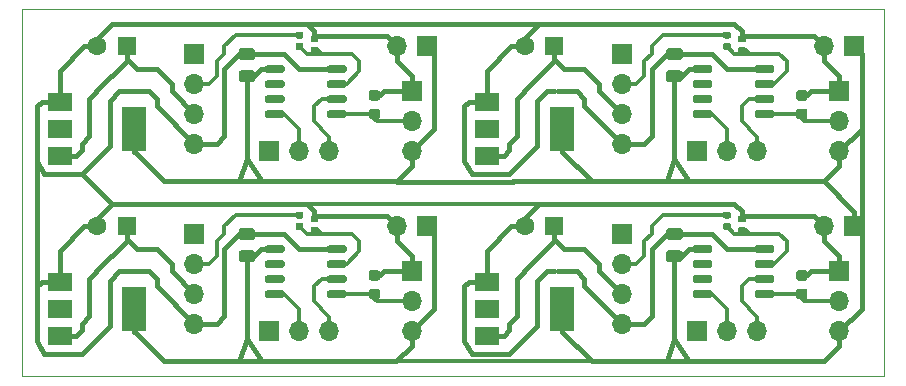
<source format=gbr>
G04 #@! TF.GenerationSoftware,KiCad,Pcbnew,(5.1.5)-3*
G04 #@! TF.CreationDate,2021-07-17T00:54:10+03:00*
G04 #@! TF.ProjectId,kc9102breakout,6b633931-3032-4627-9265-616b6f75742e,rev?*
G04 #@! TF.SameCoordinates,Original*
G04 #@! TF.FileFunction,Copper,L1,Top*
G04 #@! TF.FilePolarity,Positive*
%FSLAX46Y46*%
G04 Gerber Fmt 4.6, Leading zero omitted, Abs format (unit mm)*
G04 Created by KiCad (PCBNEW (5.1.5)-3) date 2021-07-17 00:54:10*
%MOMM*%
%LPD*%
G04 APERTURE LIST*
%ADD10C,0.050000*%
%ADD11R,1.600000X1.600000*%
%ADD12C,1.600000*%
%ADD13O,1.700000X1.700000*%
%ADD14R,1.700000X1.700000*%
%ADD15C,0.100000*%
%ADD16R,2.000000X1.500000*%
%ADD17R,2.000000X3.800000*%
%ADD18C,0.400000*%
%ADD19C,0.300000*%
%ADD20C,0.250000*%
G04 APERTURE END LIST*
D10*
X42545000Y-100330000D02*
X42545000Y-69215000D01*
X115570000Y-100330000D02*
X42545000Y-100330000D01*
X115570000Y-69215000D02*
X115570000Y-100330000D01*
X42545000Y-69215000D02*
X115570000Y-69215000D01*
D11*
X51435000Y-87630000D03*
D12*
X48935000Y-87630000D03*
D13*
X75565000Y-96520000D03*
X75565000Y-93980000D03*
D14*
X75565000Y-91440000D03*
D13*
X74295000Y-87630000D03*
D14*
X76835000Y-87630000D03*
G04 #@! TA.AperFunction,SMDPad,CuDef*
D15*
G36*
X62075142Y-87778674D02*
G01*
X62098803Y-87782184D01*
X62122007Y-87787996D01*
X62144529Y-87796054D01*
X62166153Y-87806282D01*
X62186670Y-87818579D01*
X62205883Y-87832829D01*
X62223607Y-87848893D01*
X62239671Y-87866617D01*
X62253921Y-87885830D01*
X62266218Y-87906347D01*
X62276446Y-87927971D01*
X62284504Y-87950493D01*
X62290316Y-87973697D01*
X62293826Y-87997358D01*
X62295000Y-88021250D01*
X62295000Y-88508750D01*
X62293826Y-88532642D01*
X62290316Y-88556303D01*
X62284504Y-88579507D01*
X62276446Y-88602029D01*
X62266218Y-88623653D01*
X62253921Y-88644170D01*
X62239671Y-88663383D01*
X62223607Y-88681107D01*
X62205883Y-88697171D01*
X62186670Y-88711421D01*
X62166153Y-88723718D01*
X62144529Y-88733946D01*
X62122007Y-88742004D01*
X62098803Y-88747816D01*
X62075142Y-88751326D01*
X62051250Y-88752500D01*
X61138750Y-88752500D01*
X61114858Y-88751326D01*
X61091197Y-88747816D01*
X61067993Y-88742004D01*
X61045471Y-88733946D01*
X61023847Y-88723718D01*
X61003330Y-88711421D01*
X60984117Y-88697171D01*
X60966393Y-88681107D01*
X60950329Y-88663383D01*
X60936079Y-88644170D01*
X60923782Y-88623653D01*
X60913554Y-88602029D01*
X60905496Y-88579507D01*
X60899684Y-88556303D01*
X60896174Y-88532642D01*
X60895000Y-88508750D01*
X60895000Y-88021250D01*
X60896174Y-87997358D01*
X60899684Y-87973697D01*
X60905496Y-87950493D01*
X60913554Y-87927971D01*
X60923782Y-87906347D01*
X60936079Y-87885830D01*
X60950329Y-87866617D01*
X60966393Y-87848893D01*
X60984117Y-87832829D01*
X61003330Y-87818579D01*
X61023847Y-87806282D01*
X61045471Y-87796054D01*
X61067993Y-87787996D01*
X61091197Y-87782184D01*
X61114858Y-87778674D01*
X61138750Y-87777500D01*
X62051250Y-87777500D01*
X62075142Y-87778674D01*
G37*
G04 #@! TD.AperFunction*
G04 #@! TA.AperFunction,SMDPad,CuDef*
G36*
X62075142Y-89653674D02*
G01*
X62098803Y-89657184D01*
X62122007Y-89662996D01*
X62144529Y-89671054D01*
X62166153Y-89681282D01*
X62186670Y-89693579D01*
X62205883Y-89707829D01*
X62223607Y-89723893D01*
X62239671Y-89741617D01*
X62253921Y-89760830D01*
X62266218Y-89781347D01*
X62276446Y-89802971D01*
X62284504Y-89825493D01*
X62290316Y-89848697D01*
X62293826Y-89872358D01*
X62295000Y-89896250D01*
X62295000Y-90383750D01*
X62293826Y-90407642D01*
X62290316Y-90431303D01*
X62284504Y-90454507D01*
X62276446Y-90477029D01*
X62266218Y-90498653D01*
X62253921Y-90519170D01*
X62239671Y-90538383D01*
X62223607Y-90556107D01*
X62205883Y-90572171D01*
X62186670Y-90586421D01*
X62166153Y-90598718D01*
X62144529Y-90608946D01*
X62122007Y-90617004D01*
X62098803Y-90622816D01*
X62075142Y-90626326D01*
X62051250Y-90627500D01*
X61138750Y-90627500D01*
X61114858Y-90626326D01*
X61091197Y-90622816D01*
X61067993Y-90617004D01*
X61045471Y-90608946D01*
X61023847Y-90598718D01*
X61003330Y-90586421D01*
X60984117Y-90572171D01*
X60966393Y-90556107D01*
X60950329Y-90538383D01*
X60936079Y-90519170D01*
X60923782Y-90498653D01*
X60913554Y-90477029D01*
X60905496Y-90454507D01*
X60899684Y-90431303D01*
X60896174Y-90407642D01*
X60895000Y-90383750D01*
X60895000Y-89896250D01*
X60896174Y-89872358D01*
X60899684Y-89848697D01*
X60905496Y-89825493D01*
X60913554Y-89802971D01*
X60923782Y-89781347D01*
X60936079Y-89760830D01*
X60950329Y-89741617D01*
X60966393Y-89723893D01*
X60984117Y-89707829D01*
X61003330Y-89693579D01*
X61023847Y-89681282D01*
X61045471Y-89671054D01*
X61067993Y-89662996D01*
X61091197Y-89657184D01*
X61114858Y-89653674D01*
X61138750Y-89652500D01*
X62051250Y-89652500D01*
X62075142Y-89653674D01*
G37*
G04 #@! TD.AperFunction*
G04 #@! TA.AperFunction,SMDPad,CuDef*
G36*
X69904703Y-89235722D02*
G01*
X69919264Y-89237882D01*
X69933543Y-89241459D01*
X69947403Y-89246418D01*
X69960710Y-89252712D01*
X69973336Y-89260280D01*
X69985159Y-89269048D01*
X69996066Y-89278934D01*
X70005952Y-89289841D01*
X70014720Y-89301664D01*
X70022288Y-89314290D01*
X70028582Y-89327597D01*
X70033541Y-89341457D01*
X70037118Y-89355736D01*
X70039278Y-89370297D01*
X70040000Y-89385000D01*
X70040000Y-89685000D01*
X70039278Y-89699703D01*
X70037118Y-89714264D01*
X70033541Y-89728543D01*
X70028582Y-89742403D01*
X70022288Y-89755710D01*
X70014720Y-89768336D01*
X70005952Y-89780159D01*
X69996066Y-89791066D01*
X69985159Y-89800952D01*
X69973336Y-89809720D01*
X69960710Y-89817288D01*
X69947403Y-89823582D01*
X69933543Y-89828541D01*
X69919264Y-89832118D01*
X69904703Y-89834278D01*
X69890000Y-89835000D01*
X68540000Y-89835000D01*
X68525297Y-89834278D01*
X68510736Y-89832118D01*
X68496457Y-89828541D01*
X68482597Y-89823582D01*
X68469290Y-89817288D01*
X68456664Y-89809720D01*
X68444841Y-89800952D01*
X68433934Y-89791066D01*
X68424048Y-89780159D01*
X68415280Y-89768336D01*
X68407712Y-89755710D01*
X68401418Y-89742403D01*
X68396459Y-89728543D01*
X68392882Y-89714264D01*
X68390722Y-89699703D01*
X68390000Y-89685000D01*
X68390000Y-89385000D01*
X68390722Y-89370297D01*
X68392882Y-89355736D01*
X68396459Y-89341457D01*
X68401418Y-89327597D01*
X68407712Y-89314290D01*
X68415280Y-89301664D01*
X68424048Y-89289841D01*
X68433934Y-89278934D01*
X68444841Y-89269048D01*
X68456664Y-89260280D01*
X68469290Y-89252712D01*
X68482597Y-89246418D01*
X68496457Y-89241459D01*
X68510736Y-89237882D01*
X68525297Y-89235722D01*
X68540000Y-89235000D01*
X69890000Y-89235000D01*
X69904703Y-89235722D01*
G37*
G04 #@! TD.AperFunction*
G04 #@! TA.AperFunction,SMDPad,CuDef*
G36*
X69904703Y-90505722D02*
G01*
X69919264Y-90507882D01*
X69933543Y-90511459D01*
X69947403Y-90516418D01*
X69960710Y-90522712D01*
X69973336Y-90530280D01*
X69985159Y-90539048D01*
X69996066Y-90548934D01*
X70005952Y-90559841D01*
X70014720Y-90571664D01*
X70022288Y-90584290D01*
X70028582Y-90597597D01*
X70033541Y-90611457D01*
X70037118Y-90625736D01*
X70039278Y-90640297D01*
X70040000Y-90655000D01*
X70040000Y-90955000D01*
X70039278Y-90969703D01*
X70037118Y-90984264D01*
X70033541Y-90998543D01*
X70028582Y-91012403D01*
X70022288Y-91025710D01*
X70014720Y-91038336D01*
X70005952Y-91050159D01*
X69996066Y-91061066D01*
X69985159Y-91070952D01*
X69973336Y-91079720D01*
X69960710Y-91087288D01*
X69947403Y-91093582D01*
X69933543Y-91098541D01*
X69919264Y-91102118D01*
X69904703Y-91104278D01*
X69890000Y-91105000D01*
X68540000Y-91105000D01*
X68525297Y-91104278D01*
X68510736Y-91102118D01*
X68496457Y-91098541D01*
X68482597Y-91093582D01*
X68469290Y-91087288D01*
X68456664Y-91079720D01*
X68444841Y-91070952D01*
X68433934Y-91061066D01*
X68424048Y-91050159D01*
X68415280Y-91038336D01*
X68407712Y-91025710D01*
X68401418Y-91012403D01*
X68396459Y-90998543D01*
X68392882Y-90984264D01*
X68390722Y-90969703D01*
X68390000Y-90955000D01*
X68390000Y-90655000D01*
X68390722Y-90640297D01*
X68392882Y-90625736D01*
X68396459Y-90611457D01*
X68401418Y-90597597D01*
X68407712Y-90584290D01*
X68415280Y-90571664D01*
X68424048Y-90559841D01*
X68433934Y-90548934D01*
X68444841Y-90539048D01*
X68456664Y-90530280D01*
X68469290Y-90522712D01*
X68482597Y-90516418D01*
X68496457Y-90511459D01*
X68510736Y-90507882D01*
X68525297Y-90505722D01*
X68540000Y-90505000D01*
X69890000Y-90505000D01*
X69904703Y-90505722D01*
G37*
G04 #@! TD.AperFunction*
G04 #@! TA.AperFunction,SMDPad,CuDef*
G36*
X69904703Y-91775722D02*
G01*
X69919264Y-91777882D01*
X69933543Y-91781459D01*
X69947403Y-91786418D01*
X69960710Y-91792712D01*
X69973336Y-91800280D01*
X69985159Y-91809048D01*
X69996066Y-91818934D01*
X70005952Y-91829841D01*
X70014720Y-91841664D01*
X70022288Y-91854290D01*
X70028582Y-91867597D01*
X70033541Y-91881457D01*
X70037118Y-91895736D01*
X70039278Y-91910297D01*
X70040000Y-91925000D01*
X70040000Y-92225000D01*
X70039278Y-92239703D01*
X70037118Y-92254264D01*
X70033541Y-92268543D01*
X70028582Y-92282403D01*
X70022288Y-92295710D01*
X70014720Y-92308336D01*
X70005952Y-92320159D01*
X69996066Y-92331066D01*
X69985159Y-92340952D01*
X69973336Y-92349720D01*
X69960710Y-92357288D01*
X69947403Y-92363582D01*
X69933543Y-92368541D01*
X69919264Y-92372118D01*
X69904703Y-92374278D01*
X69890000Y-92375000D01*
X68540000Y-92375000D01*
X68525297Y-92374278D01*
X68510736Y-92372118D01*
X68496457Y-92368541D01*
X68482597Y-92363582D01*
X68469290Y-92357288D01*
X68456664Y-92349720D01*
X68444841Y-92340952D01*
X68433934Y-92331066D01*
X68424048Y-92320159D01*
X68415280Y-92308336D01*
X68407712Y-92295710D01*
X68401418Y-92282403D01*
X68396459Y-92268543D01*
X68392882Y-92254264D01*
X68390722Y-92239703D01*
X68390000Y-92225000D01*
X68390000Y-91925000D01*
X68390722Y-91910297D01*
X68392882Y-91895736D01*
X68396459Y-91881457D01*
X68401418Y-91867597D01*
X68407712Y-91854290D01*
X68415280Y-91841664D01*
X68424048Y-91829841D01*
X68433934Y-91818934D01*
X68444841Y-91809048D01*
X68456664Y-91800280D01*
X68469290Y-91792712D01*
X68482597Y-91786418D01*
X68496457Y-91781459D01*
X68510736Y-91777882D01*
X68525297Y-91775722D01*
X68540000Y-91775000D01*
X69890000Y-91775000D01*
X69904703Y-91775722D01*
G37*
G04 #@! TD.AperFunction*
G04 #@! TA.AperFunction,SMDPad,CuDef*
G36*
X69904703Y-93045722D02*
G01*
X69919264Y-93047882D01*
X69933543Y-93051459D01*
X69947403Y-93056418D01*
X69960710Y-93062712D01*
X69973336Y-93070280D01*
X69985159Y-93079048D01*
X69996066Y-93088934D01*
X70005952Y-93099841D01*
X70014720Y-93111664D01*
X70022288Y-93124290D01*
X70028582Y-93137597D01*
X70033541Y-93151457D01*
X70037118Y-93165736D01*
X70039278Y-93180297D01*
X70040000Y-93195000D01*
X70040000Y-93495000D01*
X70039278Y-93509703D01*
X70037118Y-93524264D01*
X70033541Y-93538543D01*
X70028582Y-93552403D01*
X70022288Y-93565710D01*
X70014720Y-93578336D01*
X70005952Y-93590159D01*
X69996066Y-93601066D01*
X69985159Y-93610952D01*
X69973336Y-93619720D01*
X69960710Y-93627288D01*
X69947403Y-93633582D01*
X69933543Y-93638541D01*
X69919264Y-93642118D01*
X69904703Y-93644278D01*
X69890000Y-93645000D01*
X68540000Y-93645000D01*
X68525297Y-93644278D01*
X68510736Y-93642118D01*
X68496457Y-93638541D01*
X68482597Y-93633582D01*
X68469290Y-93627288D01*
X68456664Y-93619720D01*
X68444841Y-93610952D01*
X68433934Y-93601066D01*
X68424048Y-93590159D01*
X68415280Y-93578336D01*
X68407712Y-93565710D01*
X68401418Y-93552403D01*
X68396459Y-93538543D01*
X68392882Y-93524264D01*
X68390722Y-93509703D01*
X68390000Y-93495000D01*
X68390000Y-93195000D01*
X68390722Y-93180297D01*
X68392882Y-93165736D01*
X68396459Y-93151457D01*
X68401418Y-93137597D01*
X68407712Y-93124290D01*
X68415280Y-93111664D01*
X68424048Y-93099841D01*
X68433934Y-93088934D01*
X68444841Y-93079048D01*
X68456664Y-93070280D01*
X68469290Y-93062712D01*
X68482597Y-93056418D01*
X68496457Y-93051459D01*
X68510736Y-93047882D01*
X68525297Y-93045722D01*
X68540000Y-93045000D01*
X69890000Y-93045000D01*
X69904703Y-93045722D01*
G37*
G04 #@! TD.AperFunction*
G04 #@! TA.AperFunction,SMDPad,CuDef*
G36*
X64654703Y-93045722D02*
G01*
X64669264Y-93047882D01*
X64683543Y-93051459D01*
X64697403Y-93056418D01*
X64710710Y-93062712D01*
X64723336Y-93070280D01*
X64735159Y-93079048D01*
X64746066Y-93088934D01*
X64755952Y-93099841D01*
X64764720Y-93111664D01*
X64772288Y-93124290D01*
X64778582Y-93137597D01*
X64783541Y-93151457D01*
X64787118Y-93165736D01*
X64789278Y-93180297D01*
X64790000Y-93195000D01*
X64790000Y-93495000D01*
X64789278Y-93509703D01*
X64787118Y-93524264D01*
X64783541Y-93538543D01*
X64778582Y-93552403D01*
X64772288Y-93565710D01*
X64764720Y-93578336D01*
X64755952Y-93590159D01*
X64746066Y-93601066D01*
X64735159Y-93610952D01*
X64723336Y-93619720D01*
X64710710Y-93627288D01*
X64697403Y-93633582D01*
X64683543Y-93638541D01*
X64669264Y-93642118D01*
X64654703Y-93644278D01*
X64640000Y-93645000D01*
X63290000Y-93645000D01*
X63275297Y-93644278D01*
X63260736Y-93642118D01*
X63246457Y-93638541D01*
X63232597Y-93633582D01*
X63219290Y-93627288D01*
X63206664Y-93619720D01*
X63194841Y-93610952D01*
X63183934Y-93601066D01*
X63174048Y-93590159D01*
X63165280Y-93578336D01*
X63157712Y-93565710D01*
X63151418Y-93552403D01*
X63146459Y-93538543D01*
X63142882Y-93524264D01*
X63140722Y-93509703D01*
X63140000Y-93495000D01*
X63140000Y-93195000D01*
X63140722Y-93180297D01*
X63142882Y-93165736D01*
X63146459Y-93151457D01*
X63151418Y-93137597D01*
X63157712Y-93124290D01*
X63165280Y-93111664D01*
X63174048Y-93099841D01*
X63183934Y-93088934D01*
X63194841Y-93079048D01*
X63206664Y-93070280D01*
X63219290Y-93062712D01*
X63232597Y-93056418D01*
X63246457Y-93051459D01*
X63260736Y-93047882D01*
X63275297Y-93045722D01*
X63290000Y-93045000D01*
X64640000Y-93045000D01*
X64654703Y-93045722D01*
G37*
G04 #@! TD.AperFunction*
G04 #@! TA.AperFunction,SMDPad,CuDef*
G36*
X64654703Y-91775722D02*
G01*
X64669264Y-91777882D01*
X64683543Y-91781459D01*
X64697403Y-91786418D01*
X64710710Y-91792712D01*
X64723336Y-91800280D01*
X64735159Y-91809048D01*
X64746066Y-91818934D01*
X64755952Y-91829841D01*
X64764720Y-91841664D01*
X64772288Y-91854290D01*
X64778582Y-91867597D01*
X64783541Y-91881457D01*
X64787118Y-91895736D01*
X64789278Y-91910297D01*
X64790000Y-91925000D01*
X64790000Y-92225000D01*
X64789278Y-92239703D01*
X64787118Y-92254264D01*
X64783541Y-92268543D01*
X64778582Y-92282403D01*
X64772288Y-92295710D01*
X64764720Y-92308336D01*
X64755952Y-92320159D01*
X64746066Y-92331066D01*
X64735159Y-92340952D01*
X64723336Y-92349720D01*
X64710710Y-92357288D01*
X64697403Y-92363582D01*
X64683543Y-92368541D01*
X64669264Y-92372118D01*
X64654703Y-92374278D01*
X64640000Y-92375000D01*
X63290000Y-92375000D01*
X63275297Y-92374278D01*
X63260736Y-92372118D01*
X63246457Y-92368541D01*
X63232597Y-92363582D01*
X63219290Y-92357288D01*
X63206664Y-92349720D01*
X63194841Y-92340952D01*
X63183934Y-92331066D01*
X63174048Y-92320159D01*
X63165280Y-92308336D01*
X63157712Y-92295710D01*
X63151418Y-92282403D01*
X63146459Y-92268543D01*
X63142882Y-92254264D01*
X63140722Y-92239703D01*
X63140000Y-92225000D01*
X63140000Y-91925000D01*
X63140722Y-91910297D01*
X63142882Y-91895736D01*
X63146459Y-91881457D01*
X63151418Y-91867597D01*
X63157712Y-91854290D01*
X63165280Y-91841664D01*
X63174048Y-91829841D01*
X63183934Y-91818934D01*
X63194841Y-91809048D01*
X63206664Y-91800280D01*
X63219290Y-91792712D01*
X63232597Y-91786418D01*
X63246457Y-91781459D01*
X63260736Y-91777882D01*
X63275297Y-91775722D01*
X63290000Y-91775000D01*
X64640000Y-91775000D01*
X64654703Y-91775722D01*
G37*
G04 #@! TD.AperFunction*
G04 #@! TA.AperFunction,SMDPad,CuDef*
G36*
X64654703Y-90505722D02*
G01*
X64669264Y-90507882D01*
X64683543Y-90511459D01*
X64697403Y-90516418D01*
X64710710Y-90522712D01*
X64723336Y-90530280D01*
X64735159Y-90539048D01*
X64746066Y-90548934D01*
X64755952Y-90559841D01*
X64764720Y-90571664D01*
X64772288Y-90584290D01*
X64778582Y-90597597D01*
X64783541Y-90611457D01*
X64787118Y-90625736D01*
X64789278Y-90640297D01*
X64790000Y-90655000D01*
X64790000Y-90955000D01*
X64789278Y-90969703D01*
X64787118Y-90984264D01*
X64783541Y-90998543D01*
X64778582Y-91012403D01*
X64772288Y-91025710D01*
X64764720Y-91038336D01*
X64755952Y-91050159D01*
X64746066Y-91061066D01*
X64735159Y-91070952D01*
X64723336Y-91079720D01*
X64710710Y-91087288D01*
X64697403Y-91093582D01*
X64683543Y-91098541D01*
X64669264Y-91102118D01*
X64654703Y-91104278D01*
X64640000Y-91105000D01*
X63290000Y-91105000D01*
X63275297Y-91104278D01*
X63260736Y-91102118D01*
X63246457Y-91098541D01*
X63232597Y-91093582D01*
X63219290Y-91087288D01*
X63206664Y-91079720D01*
X63194841Y-91070952D01*
X63183934Y-91061066D01*
X63174048Y-91050159D01*
X63165280Y-91038336D01*
X63157712Y-91025710D01*
X63151418Y-91012403D01*
X63146459Y-90998543D01*
X63142882Y-90984264D01*
X63140722Y-90969703D01*
X63140000Y-90955000D01*
X63140000Y-90655000D01*
X63140722Y-90640297D01*
X63142882Y-90625736D01*
X63146459Y-90611457D01*
X63151418Y-90597597D01*
X63157712Y-90584290D01*
X63165280Y-90571664D01*
X63174048Y-90559841D01*
X63183934Y-90548934D01*
X63194841Y-90539048D01*
X63206664Y-90530280D01*
X63219290Y-90522712D01*
X63232597Y-90516418D01*
X63246457Y-90511459D01*
X63260736Y-90507882D01*
X63275297Y-90505722D01*
X63290000Y-90505000D01*
X64640000Y-90505000D01*
X64654703Y-90505722D01*
G37*
G04 #@! TD.AperFunction*
G04 #@! TA.AperFunction,SMDPad,CuDef*
G36*
X64654703Y-89235722D02*
G01*
X64669264Y-89237882D01*
X64683543Y-89241459D01*
X64697403Y-89246418D01*
X64710710Y-89252712D01*
X64723336Y-89260280D01*
X64735159Y-89269048D01*
X64746066Y-89278934D01*
X64755952Y-89289841D01*
X64764720Y-89301664D01*
X64772288Y-89314290D01*
X64778582Y-89327597D01*
X64783541Y-89341457D01*
X64787118Y-89355736D01*
X64789278Y-89370297D01*
X64790000Y-89385000D01*
X64790000Y-89685000D01*
X64789278Y-89699703D01*
X64787118Y-89714264D01*
X64783541Y-89728543D01*
X64778582Y-89742403D01*
X64772288Y-89755710D01*
X64764720Y-89768336D01*
X64755952Y-89780159D01*
X64746066Y-89791066D01*
X64735159Y-89800952D01*
X64723336Y-89809720D01*
X64710710Y-89817288D01*
X64697403Y-89823582D01*
X64683543Y-89828541D01*
X64669264Y-89832118D01*
X64654703Y-89834278D01*
X64640000Y-89835000D01*
X63290000Y-89835000D01*
X63275297Y-89834278D01*
X63260736Y-89832118D01*
X63246457Y-89828541D01*
X63232597Y-89823582D01*
X63219290Y-89817288D01*
X63206664Y-89809720D01*
X63194841Y-89800952D01*
X63183934Y-89791066D01*
X63174048Y-89780159D01*
X63165280Y-89768336D01*
X63157712Y-89755710D01*
X63151418Y-89742403D01*
X63146459Y-89728543D01*
X63142882Y-89714264D01*
X63140722Y-89699703D01*
X63140000Y-89685000D01*
X63140000Y-89385000D01*
X63140722Y-89370297D01*
X63142882Y-89355736D01*
X63146459Y-89341457D01*
X63151418Y-89327597D01*
X63157712Y-89314290D01*
X63165280Y-89301664D01*
X63174048Y-89289841D01*
X63183934Y-89278934D01*
X63194841Y-89269048D01*
X63206664Y-89260280D01*
X63219290Y-89252712D01*
X63232597Y-89246418D01*
X63246457Y-89241459D01*
X63260736Y-89237882D01*
X63275297Y-89235722D01*
X63290000Y-89235000D01*
X64640000Y-89235000D01*
X64654703Y-89235722D01*
G37*
G04 #@! TD.AperFunction*
D14*
X63500000Y-96520000D03*
D13*
X66040000Y-96520000D03*
X68580000Y-96520000D03*
X57150000Y-95885000D03*
X57150000Y-93345000D03*
X57150000Y-90805000D03*
D14*
X57150000Y-88265000D03*
G04 #@! TA.AperFunction,SMDPad,CuDef*
D15*
G36*
X72667691Y-91333553D02*
G01*
X72688926Y-91336703D01*
X72709750Y-91341919D01*
X72729962Y-91349151D01*
X72749368Y-91358330D01*
X72767781Y-91369366D01*
X72785024Y-91382154D01*
X72800930Y-91396570D01*
X72815346Y-91412476D01*
X72828134Y-91429719D01*
X72839170Y-91448132D01*
X72848349Y-91467538D01*
X72855581Y-91487750D01*
X72860797Y-91508574D01*
X72863947Y-91529809D01*
X72865000Y-91551250D01*
X72865000Y-91988750D01*
X72863947Y-92010191D01*
X72860797Y-92031426D01*
X72855581Y-92052250D01*
X72848349Y-92072462D01*
X72839170Y-92091868D01*
X72828134Y-92110281D01*
X72815346Y-92127524D01*
X72800930Y-92143430D01*
X72785024Y-92157846D01*
X72767781Y-92170634D01*
X72749368Y-92181670D01*
X72729962Y-92190849D01*
X72709750Y-92198081D01*
X72688926Y-92203297D01*
X72667691Y-92206447D01*
X72646250Y-92207500D01*
X72133750Y-92207500D01*
X72112309Y-92206447D01*
X72091074Y-92203297D01*
X72070250Y-92198081D01*
X72050038Y-92190849D01*
X72030632Y-92181670D01*
X72012219Y-92170634D01*
X71994976Y-92157846D01*
X71979070Y-92143430D01*
X71964654Y-92127524D01*
X71951866Y-92110281D01*
X71940830Y-92091868D01*
X71931651Y-92072462D01*
X71924419Y-92052250D01*
X71919203Y-92031426D01*
X71916053Y-92010191D01*
X71915000Y-91988750D01*
X71915000Y-91551250D01*
X71916053Y-91529809D01*
X71919203Y-91508574D01*
X71924419Y-91487750D01*
X71931651Y-91467538D01*
X71940830Y-91448132D01*
X71951866Y-91429719D01*
X71964654Y-91412476D01*
X71979070Y-91396570D01*
X71994976Y-91382154D01*
X72012219Y-91369366D01*
X72030632Y-91358330D01*
X72050038Y-91349151D01*
X72070250Y-91341919D01*
X72091074Y-91336703D01*
X72112309Y-91333553D01*
X72133750Y-91332500D01*
X72646250Y-91332500D01*
X72667691Y-91333553D01*
G37*
G04 #@! TD.AperFunction*
G04 #@! TA.AperFunction,SMDPad,CuDef*
G36*
X72667691Y-92908553D02*
G01*
X72688926Y-92911703D01*
X72709750Y-92916919D01*
X72729962Y-92924151D01*
X72749368Y-92933330D01*
X72767781Y-92944366D01*
X72785024Y-92957154D01*
X72800930Y-92971570D01*
X72815346Y-92987476D01*
X72828134Y-93004719D01*
X72839170Y-93023132D01*
X72848349Y-93042538D01*
X72855581Y-93062750D01*
X72860797Y-93083574D01*
X72863947Y-93104809D01*
X72865000Y-93126250D01*
X72865000Y-93563750D01*
X72863947Y-93585191D01*
X72860797Y-93606426D01*
X72855581Y-93627250D01*
X72848349Y-93647462D01*
X72839170Y-93666868D01*
X72828134Y-93685281D01*
X72815346Y-93702524D01*
X72800930Y-93718430D01*
X72785024Y-93732846D01*
X72767781Y-93745634D01*
X72749368Y-93756670D01*
X72729962Y-93765849D01*
X72709750Y-93773081D01*
X72688926Y-93778297D01*
X72667691Y-93781447D01*
X72646250Y-93782500D01*
X72133750Y-93782500D01*
X72112309Y-93781447D01*
X72091074Y-93778297D01*
X72070250Y-93773081D01*
X72050038Y-93765849D01*
X72030632Y-93756670D01*
X72012219Y-93745634D01*
X71994976Y-93732846D01*
X71979070Y-93718430D01*
X71964654Y-93702524D01*
X71951866Y-93685281D01*
X71940830Y-93666868D01*
X71931651Y-93647462D01*
X71924419Y-93627250D01*
X71919203Y-93606426D01*
X71916053Y-93585191D01*
X71915000Y-93563750D01*
X71915000Y-93126250D01*
X71916053Y-93104809D01*
X71919203Y-93083574D01*
X71924419Y-93062750D01*
X71931651Y-93042538D01*
X71940830Y-93023132D01*
X71951866Y-93004719D01*
X71964654Y-92987476D01*
X71979070Y-92971570D01*
X71994976Y-92957154D01*
X72012219Y-92944366D01*
X72030632Y-92933330D01*
X72050038Y-92924151D01*
X72070250Y-92916919D01*
X72091074Y-92911703D01*
X72112309Y-92908553D01*
X72133750Y-92907500D01*
X72646250Y-92907500D01*
X72667691Y-92908553D01*
G37*
G04 #@! TD.AperFunction*
G04 #@! TA.AperFunction,SMDPad,CuDef*
G36*
X67496958Y-86700710D02*
G01*
X67511276Y-86702834D01*
X67525317Y-86706351D01*
X67538946Y-86711228D01*
X67552031Y-86717417D01*
X67564447Y-86724858D01*
X67576073Y-86733481D01*
X67586798Y-86743202D01*
X67596519Y-86753927D01*
X67605142Y-86765553D01*
X67612583Y-86777969D01*
X67618772Y-86791054D01*
X67623649Y-86804683D01*
X67627166Y-86818724D01*
X67629290Y-86833042D01*
X67630000Y-86847500D01*
X67630000Y-87142500D01*
X67629290Y-87156958D01*
X67627166Y-87171276D01*
X67623649Y-87185317D01*
X67618772Y-87198946D01*
X67612583Y-87212031D01*
X67605142Y-87224447D01*
X67596519Y-87236073D01*
X67586798Y-87246798D01*
X67576073Y-87256519D01*
X67564447Y-87265142D01*
X67552031Y-87272583D01*
X67538946Y-87278772D01*
X67525317Y-87283649D01*
X67511276Y-87287166D01*
X67496958Y-87289290D01*
X67482500Y-87290000D01*
X67137500Y-87290000D01*
X67123042Y-87289290D01*
X67108724Y-87287166D01*
X67094683Y-87283649D01*
X67081054Y-87278772D01*
X67067969Y-87272583D01*
X67055553Y-87265142D01*
X67043927Y-87256519D01*
X67033202Y-87246798D01*
X67023481Y-87236073D01*
X67014858Y-87224447D01*
X67007417Y-87212031D01*
X67001228Y-87198946D01*
X66996351Y-87185317D01*
X66992834Y-87171276D01*
X66990710Y-87156958D01*
X66990000Y-87142500D01*
X66990000Y-86847500D01*
X66990710Y-86833042D01*
X66992834Y-86818724D01*
X66996351Y-86804683D01*
X67001228Y-86791054D01*
X67007417Y-86777969D01*
X67014858Y-86765553D01*
X67023481Y-86753927D01*
X67033202Y-86743202D01*
X67043927Y-86733481D01*
X67055553Y-86724858D01*
X67067969Y-86717417D01*
X67081054Y-86711228D01*
X67094683Y-86706351D01*
X67108724Y-86702834D01*
X67123042Y-86700710D01*
X67137500Y-86700000D01*
X67482500Y-86700000D01*
X67496958Y-86700710D01*
G37*
G04 #@! TD.AperFunction*
G04 #@! TA.AperFunction,SMDPad,CuDef*
G36*
X67496958Y-87670710D02*
G01*
X67511276Y-87672834D01*
X67525317Y-87676351D01*
X67538946Y-87681228D01*
X67552031Y-87687417D01*
X67564447Y-87694858D01*
X67576073Y-87703481D01*
X67586798Y-87713202D01*
X67596519Y-87723927D01*
X67605142Y-87735553D01*
X67612583Y-87747969D01*
X67618772Y-87761054D01*
X67623649Y-87774683D01*
X67627166Y-87788724D01*
X67629290Y-87803042D01*
X67630000Y-87817500D01*
X67630000Y-88112500D01*
X67629290Y-88126958D01*
X67627166Y-88141276D01*
X67623649Y-88155317D01*
X67618772Y-88168946D01*
X67612583Y-88182031D01*
X67605142Y-88194447D01*
X67596519Y-88206073D01*
X67586798Y-88216798D01*
X67576073Y-88226519D01*
X67564447Y-88235142D01*
X67552031Y-88242583D01*
X67538946Y-88248772D01*
X67525317Y-88253649D01*
X67511276Y-88257166D01*
X67496958Y-88259290D01*
X67482500Y-88260000D01*
X67137500Y-88260000D01*
X67123042Y-88259290D01*
X67108724Y-88257166D01*
X67094683Y-88253649D01*
X67081054Y-88248772D01*
X67067969Y-88242583D01*
X67055553Y-88235142D01*
X67043927Y-88226519D01*
X67033202Y-88216798D01*
X67023481Y-88206073D01*
X67014858Y-88194447D01*
X67007417Y-88182031D01*
X67001228Y-88168946D01*
X66996351Y-88155317D01*
X66992834Y-88141276D01*
X66990710Y-88126958D01*
X66990000Y-88112500D01*
X66990000Y-87817500D01*
X66990710Y-87803042D01*
X66992834Y-87788724D01*
X66996351Y-87774683D01*
X67001228Y-87761054D01*
X67007417Y-87747969D01*
X67014858Y-87735553D01*
X67023481Y-87723927D01*
X67033202Y-87713202D01*
X67043927Y-87703481D01*
X67055553Y-87694858D01*
X67067969Y-87687417D01*
X67081054Y-87681228D01*
X67094683Y-87676351D01*
X67108724Y-87672834D01*
X67123042Y-87670710D01*
X67137500Y-87670000D01*
X67482500Y-87670000D01*
X67496958Y-87670710D01*
G37*
G04 #@! TD.AperFunction*
G04 #@! TA.AperFunction,SMDPad,CuDef*
G36*
X66226958Y-86365710D02*
G01*
X66241276Y-86367834D01*
X66255317Y-86371351D01*
X66268946Y-86376228D01*
X66282031Y-86382417D01*
X66294447Y-86389858D01*
X66306073Y-86398481D01*
X66316798Y-86408202D01*
X66326519Y-86418927D01*
X66335142Y-86430553D01*
X66342583Y-86442969D01*
X66348772Y-86456054D01*
X66353649Y-86469683D01*
X66357166Y-86483724D01*
X66359290Y-86498042D01*
X66360000Y-86512500D01*
X66360000Y-86807500D01*
X66359290Y-86821958D01*
X66357166Y-86836276D01*
X66353649Y-86850317D01*
X66348772Y-86863946D01*
X66342583Y-86877031D01*
X66335142Y-86889447D01*
X66326519Y-86901073D01*
X66316798Y-86911798D01*
X66306073Y-86921519D01*
X66294447Y-86930142D01*
X66282031Y-86937583D01*
X66268946Y-86943772D01*
X66255317Y-86948649D01*
X66241276Y-86952166D01*
X66226958Y-86954290D01*
X66212500Y-86955000D01*
X65867500Y-86955000D01*
X65853042Y-86954290D01*
X65838724Y-86952166D01*
X65824683Y-86948649D01*
X65811054Y-86943772D01*
X65797969Y-86937583D01*
X65785553Y-86930142D01*
X65773927Y-86921519D01*
X65763202Y-86911798D01*
X65753481Y-86901073D01*
X65744858Y-86889447D01*
X65737417Y-86877031D01*
X65731228Y-86863946D01*
X65726351Y-86850317D01*
X65722834Y-86836276D01*
X65720710Y-86821958D01*
X65720000Y-86807500D01*
X65720000Y-86512500D01*
X65720710Y-86498042D01*
X65722834Y-86483724D01*
X65726351Y-86469683D01*
X65731228Y-86456054D01*
X65737417Y-86442969D01*
X65744858Y-86430553D01*
X65753481Y-86418927D01*
X65763202Y-86408202D01*
X65773927Y-86398481D01*
X65785553Y-86389858D01*
X65797969Y-86382417D01*
X65811054Y-86376228D01*
X65824683Y-86371351D01*
X65838724Y-86367834D01*
X65853042Y-86365710D01*
X65867500Y-86365000D01*
X66212500Y-86365000D01*
X66226958Y-86365710D01*
G37*
G04 #@! TD.AperFunction*
G04 #@! TA.AperFunction,SMDPad,CuDef*
G36*
X66226958Y-87335710D02*
G01*
X66241276Y-87337834D01*
X66255317Y-87341351D01*
X66268946Y-87346228D01*
X66282031Y-87352417D01*
X66294447Y-87359858D01*
X66306073Y-87368481D01*
X66316798Y-87378202D01*
X66326519Y-87388927D01*
X66335142Y-87400553D01*
X66342583Y-87412969D01*
X66348772Y-87426054D01*
X66353649Y-87439683D01*
X66357166Y-87453724D01*
X66359290Y-87468042D01*
X66360000Y-87482500D01*
X66360000Y-87777500D01*
X66359290Y-87791958D01*
X66357166Y-87806276D01*
X66353649Y-87820317D01*
X66348772Y-87833946D01*
X66342583Y-87847031D01*
X66335142Y-87859447D01*
X66326519Y-87871073D01*
X66316798Y-87881798D01*
X66306073Y-87891519D01*
X66294447Y-87900142D01*
X66282031Y-87907583D01*
X66268946Y-87913772D01*
X66255317Y-87918649D01*
X66241276Y-87922166D01*
X66226958Y-87924290D01*
X66212500Y-87925000D01*
X65867500Y-87925000D01*
X65853042Y-87924290D01*
X65838724Y-87922166D01*
X65824683Y-87918649D01*
X65811054Y-87913772D01*
X65797969Y-87907583D01*
X65785553Y-87900142D01*
X65773927Y-87891519D01*
X65763202Y-87881798D01*
X65753481Y-87871073D01*
X65744858Y-87859447D01*
X65737417Y-87847031D01*
X65731228Y-87833946D01*
X65726351Y-87820317D01*
X65722834Y-87806276D01*
X65720710Y-87791958D01*
X65720000Y-87777500D01*
X65720000Y-87482500D01*
X65720710Y-87468042D01*
X65722834Y-87453724D01*
X65726351Y-87439683D01*
X65731228Y-87426054D01*
X65737417Y-87412969D01*
X65744858Y-87400553D01*
X65753481Y-87388927D01*
X65763202Y-87378202D01*
X65773927Y-87368481D01*
X65785553Y-87359858D01*
X65797969Y-87352417D01*
X65811054Y-87346228D01*
X65824683Y-87341351D01*
X65838724Y-87337834D01*
X65853042Y-87335710D01*
X65867500Y-87335000D01*
X66212500Y-87335000D01*
X66226958Y-87335710D01*
G37*
G04 #@! TD.AperFunction*
D16*
X45745000Y-92315000D03*
X45745000Y-96915000D03*
X45745000Y-94615000D03*
D17*
X52045000Y-94615000D03*
D12*
X48935000Y-72390000D03*
D11*
X51435000Y-72390000D03*
D14*
X75565000Y-76200000D03*
D13*
X75565000Y-78740000D03*
X75565000Y-81280000D03*
G04 #@! TA.AperFunction,SMDPad,CuDef*
D15*
G36*
X64654703Y-73995722D02*
G01*
X64669264Y-73997882D01*
X64683543Y-74001459D01*
X64697403Y-74006418D01*
X64710710Y-74012712D01*
X64723336Y-74020280D01*
X64735159Y-74029048D01*
X64746066Y-74038934D01*
X64755952Y-74049841D01*
X64764720Y-74061664D01*
X64772288Y-74074290D01*
X64778582Y-74087597D01*
X64783541Y-74101457D01*
X64787118Y-74115736D01*
X64789278Y-74130297D01*
X64790000Y-74145000D01*
X64790000Y-74445000D01*
X64789278Y-74459703D01*
X64787118Y-74474264D01*
X64783541Y-74488543D01*
X64778582Y-74502403D01*
X64772288Y-74515710D01*
X64764720Y-74528336D01*
X64755952Y-74540159D01*
X64746066Y-74551066D01*
X64735159Y-74560952D01*
X64723336Y-74569720D01*
X64710710Y-74577288D01*
X64697403Y-74583582D01*
X64683543Y-74588541D01*
X64669264Y-74592118D01*
X64654703Y-74594278D01*
X64640000Y-74595000D01*
X63290000Y-74595000D01*
X63275297Y-74594278D01*
X63260736Y-74592118D01*
X63246457Y-74588541D01*
X63232597Y-74583582D01*
X63219290Y-74577288D01*
X63206664Y-74569720D01*
X63194841Y-74560952D01*
X63183934Y-74551066D01*
X63174048Y-74540159D01*
X63165280Y-74528336D01*
X63157712Y-74515710D01*
X63151418Y-74502403D01*
X63146459Y-74488543D01*
X63142882Y-74474264D01*
X63140722Y-74459703D01*
X63140000Y-74445000D01*
X63140000Y-74145000D01*
X63140722Y-74130297D01*
X63142882Y-74115736D01*
X63146459Y-74101457D01*
X63151418Y-74087597D01*
X63157712Y-74074290D01*
X63165280Y-74061664D01*
X63174048Y-74049841D01*
X63183934Y-74038934D01*
X63194841Y-74029048D01*
X63206664Y-74020280D01*
X63219290Y-74012712D01*
X63232597Y-74006418D01*
X63246457Y-74001459D01*
X63260736Y-73997882D01*
X63275297Y-73995722D01*
X63290000Y-73995000D01*
X64640000Y-73995000D01*
X64654703Y-73995722D01*
G37*
G04 #@! TD.AperFunction*
G04 #@! TA.AperFunction,SMDPad,CuDef*
G36*
X64654703Y-75265722D02*
G01*
X64669264Y-75267882D01*
X64683543Y-75271459D01*
X64697403Y-75276418D01*
X64710710Y-75282712D01*
X64723336Y-75290280D01*
X64735159Y-75299048D01*
X64746066Y-75308934D01*
X64755952Y-75319841D01*
X64764720Y-75331664D01*
X64772288Y-75344290D01*
X64778582Y-75357597D01*
X64783541Y-75371457D01*
X64787118Y-75385736D01*
X64789278Y-75400297D01*
X64790000Y-75415000D01*
X64790000Y-75715000D01*
X64789278Y-75729703D01*
X64787118Y-75744264D01*
X64783541Y-75758543D01*
X64778582Y-75772403D01*
X64772288Y-75785710D01*
X64764720Y-75798336D01*
X64755952Y-75810159D01*
X64746066Y-75821066D01*
X64735159Y-75830952D01*
X64723336Y-75839720D01*
X64710710Y-75847288D01*
X64697403Y-75853582D01*
X64683543Y-75858541D01*
X64669264Y-75862118D01*
X64654703Y-75864278D01*
X64640000Y-75865000D01*
X63290000Y-75865000D01*
X63275297Y-75864278D01*
X63260736Y-75862118D01*
X63246457Y-75858541D01*
X63232597Y-75853582D01*
X63219290Y-75847288D01*
X63206664Y-75839720D01*
X63194841Y-75830952D01*
X63183934Y-75821066D01*
X63174048Y-75810159D01*
X63165280Y-75798336D01*
X63157712Y-75785710D01*
X63151418Y-75772403D01*
X63146459Y-75758543D01*
X63142882Y-75744264D01*
X63140722Y-75729703D01*
X63140000Y-75715000D01*
X63140000Y-75415000D01*
X63140722Y-75400297D01*
X63142882Y-75385736D01*
X63146459Y-75371457D01*
X63151418Y-75357597D01*
X63157712Y-75344290D01*
X63165280Y-75331664D01*
X63174048Y-75319841D01*
X63183934Y-75308934D01*
X63194841Y-75299048D01*
X63206664Y-75290280D01*
X63219290Y-75282712D01*
X63232597Y-75276418D01*
X63246457Y-75271459D01*
X63260736Y-75267882D01*
X63275297Y-75265722D01*
X63290000Y-75265000D01*
X64640000Y-75265000D01*
X64654703Y-75265722D01*
G37*
G04 #@! TD.AperFunction*
G04 #@! TA.AperFunction,SMDPad,CuDef*
G36*
X64654703Y-76535722D02*
G01*
X64669264Y-76537882D01*
X64683543Y-76541459D01*
X64697403Y-76546418D01*
X64710710Y-76552712D01*
X64723336Y-76560280D01*
X64735159Y-76569048D01*
X64746066Y-76578934D01*
X64755952Y-76589841D01*
X64764720Y-76601664D01*
X64772288Y-76614290D01*
X64778582Y-76627597D01*
X64783541Y-76641457D01*
X64787118Y-76655736D01*
X64789278Y-76670297D01*
X64790000Y-76685000D01*
X64790000Y-76985000D01*
X64789278Y-76999703D01*
X64787118Y-77014264D01*
X64783541Y-77028543D01*
X64778582Y-77042403D01*
X64772288Y-77055710D01*
X64764720Y-77068336D01*
X64755952Y-77080159D01*
X64746066Y-77091066D01*
X64735159Y-77100952D01*
X64723336Y-77109720D01*
X64710710Y-77117288D01*
X64697403Y-77123582D01*
X64683543Y-77128541D01*
X64669264Y-77132118D01*
X64654703Y-77134278D01*
X64640000Y-77135000D01*
X63290000Y-77135000D01*
X63275297Y-77134278D01*
X63260736Y-77132118D01*
X63246457Y-77128541D01*
X63232597Y-77123582D01*
X63219290Y-77117288D01*
X63206664Y-77109720D01*
X63194841Y-77100952D01*
X63183934Y-77091066D01*
X63174048Y-77080159D01*
X63165280Y-77068336D01*
X63157712Y-77055710D01*
X63151418Y-77042403D01*
X63146459Y-77028543D01*
X63142882Y-77014264D01*
X63140722Y-76999703D01*
X63140000Y-76985000D01*
X63140000Y-76685000D01*
X63140722Y-76670297D01*
X63142882Y-76655736D01*
X63146459Y-76641457D01*
X63151418Y-76627597D01*
X63157712Y-76614290D01*
X63165280Y-76601664D01*
X63174048Y-76589841D01*
X63183934Y-76578934D01*
X63194841Y-76569048D01*
X63206664Y-76560280D01*
X63219290Y-76552712D01*
X63232597Y-76546418D01*
X63246457Y-76541459D01*
X63260736Y-76537882D01*
X63275297Y-76535722D01*
X63290000Y-76535000D01*
X64640000Y-76535000D01*
X64654703Y-76535722D01*
G37*
G04 #@! TD.AperFunction*
G04 #@! TA.AperFunction,SMDPad,CuDef*
G36*
X64654703Y-77805722D02*
G01*
X64669264Y-77807882D01*
X64683543Y-77811459D01*
X64697403Y-77816418D01*
X64710710Y-77822712D01*
X64723336Y-77830280D01*
X64735159Y-77839048D01*
X64746066Y-77848934D01*
X64755952Y-77859841D01*
X64764720Y-77871664D01*
X64772288Y-77884290D01*
X64778582Y-77897597D01*
X64783541Y-77911457D01*
X64787118Y-77925736D01*
X64789278Y-77940297D01*
X64790000Y-77955000D01*
X64790000Y-78255000D01*
X64789278Y-78269703D01*
X64787118Y-78284264D01*
X64783541Y-78298543D01*
X64778582Y-78312403D01*
X64772288Y-78325710D01*
X64764720Y-78338336D01*
X64755952Y-78350159D01*
X64746066Y-78361066D01*
X64735159Y-78370952D01*
X64723336Y-78379720D01*
X64710710Y-78387288D01*
X64697403Y-78393582D01*
X64683543Y-78398541D01*
X64669264Y-78402118D01*
X64654703Y-78404278D01*
X64640000Y-78405000D01*
X63290000Y-78405000D01*
X63275297Y-78404278D01*
X63260736Y-78402118D01*
X63246457Y-78398541D01*
X63232597Y-78393582D01*
X63219290Y-78387288D01*
X63206664Y-78379720D01*
X63194841Y-78370952D01*
X63183934Y-78361066D01*
X63174048Y-78350159D01*
X63165280Y-78338336D01*
X63157712Y-78325710D01*
X63151418Y-78312403D01*
X63146459Y-78298543D01*
X63142882Y-78284264D01*
X63140722Y-78269703D01*
X63140000Y-78255000D01*
X63140000Y-77955000D01*
X63140722Y-77940297D01*
X63142882Y-77925736D01*
X63146459Y-77911457D01*
X63151418Y-77897597D01*
X63157712Y-77884290D01*
X63165280Y-77871664D01*
X63174048Y-77859841D01*
X63183934Y-77848934D01*
X63194841Y-77839048D01*
X63206664Y-77830280D01*
X63219290Y-77822712D01*
X63232597Y-77816418D01*
X63246457Y-77811459D01*
X63260736Y-77807882D01*
X63275297Y-77805722D01*
X63290000Y-77805000D01*
X64640000Y-77805000D01*
X64654703Y-77805722D01*
G37*
G04 #@! TD.AperFunction*
G04 #@! TA.AperFunction,SMDPad,CuDef*
G36*
X69904703Y-77805722D02*
G01*
X69919264Y-77807882D01*
X69933543Y-77811459D01*
X69947403Y-77816418D01*
X69960710Y-77822712D01*
X69973336Y-77830280D01*
X69985159Y-77839048D01*
X69996066Y-77848934D01*
X70005952Y-77859841D01*
X70014720Y-77871664D01*
X70022288Y-77884290D01*
X70028582Y-77897597D01*
X70033541Y-77911457D01*
X70037118Y-77925736D01*
X70039278Y-77940297D01*
X70040000Y-77955000D01*
X70040000Y-78255000D01*
X70039278Y-78269703D01*
X70037118Y-78284264D01*
X70033541Y-78298543D01*
X70028582Y-78312403D01*
X70022288Y-78325710D01*
X70014720Y-78338336D01*
X70005952Y-78350159D01*
X69996066Y-78361066D01*
X69985159Y-78370952D01*
X69973336Y-78379720D01*
X69960710Y-78387288D01*
X69947403Y-78393582D01*
X69933543Y-78398541D01*
X69919264Y-78402118D01*
X69904703Y-78404278D01*
X69890000Y-78405000D01*
X68540000Y-78405000D01*
X68525297Y-78404278D01*
X68510736Y-78402118D01*
X68496457Y-78398541D01*
X68482597Y-78393582D01*
X68469290Y-78387288D01*
X68456664Y-78379720D01*
X68444841Y-78370952D01*
X68433934Y-78361066D01*
X68424048Y-78350159D01*
X68415280Y-78338336D01*
X68407712Y-78325710D01*
X68401418Y-78312403D01*
X68396459Y-78298543D01*
X68392882Y-78284264D01*
X68390722Y-78269703D01*
X68390000Y-78255000D01*
X68390000Y-77955000D01*
X68390722Y-77940297D01*
X68392882Y-77925736D01*
X68396459Y-77911457D01*
X68401418Y-77897597D01*
X68407712Y-77884290D01*
X68415280Y-77871664D01*
X68424048Y-77859841D01*
X68433934Y-77848934D01*
X68444841Y-77839048D01*
X68456664Y-77830280D01*
X68469290Y-77822712D01*
X68482597Y-77816418D01*
X68496457Y-77811459D01*
X68510736Y-77807882D01*
X68525297Y-77805722D01*
X68540000Y-77805000D01*
X69890000Y-77805000D01*
X69904703Y-77805722D01*
G37*
G04 #@! TD.AperFunction*
G04 #@! TA.AperFunction,SMDPad,CuDef*
G36*
X69904703Y-76535722D02*
G01*
X69919264Y-76537882D01*
X69933543Y-76541459D01*
X69947403Y-76546418D01*
X69960710Y-76552712D01*
X69973336Y-76560280D01*
X69985159Y-76569048D01*
X69996066Y-76578934D01*
X70005952Y-76589841D01*
X70014720Y-76601664D01*
X70022288Y-76614290D01*
X70028582Y-76627597D01*
X70033541Y-76641457D01*
X70037118Y-76655736D01*
X70039278Y-76670297D01*
X70040000Y-76685000D01*
X70040000Y-76985000D01*
X70039278Y-76999703D01*
X70037118Y-77014264D01*
X70033541Y-77028543D01*
X70028582Y-77042403D01*
X70022288Y-77055710D01*
X70014720Y-77068336D01*
X70005952Y-77080159D01*
X69996066Y-77091066D01*
X69985159Y-77100952D01*
X69973336Y-77109720D01*
X69960710Y-77117288D01*
X69947403Y-77123582D01*
X69933543Y-77128541D01*
X69919264Y-77132118D01*
X69904703Y-77134278D01*
X69890000Y-77135000D01*
X68540000Y-77135000D01*
X68525297Y-77134278D01*
X68510736Y-77132118D01*
X68496457Y-77128541D01*
X68482597Y-77123582D01*
X68469290Y-77117288D01*
X68456664Y-77109720D01*
X68444841Y-77100952D01*
X68433934Y-77091066D01*
X68424048Y-77080159D01*
X68415280Y-77068336D01*
X68407712Y-77055710D01*
X68401418Y-77042403D01*
X68396459Y-77028543D01*
X68392882Y-77014264D01*
X68390722Y-76999703D01*
X68390000Y-76985000D01*
X68390000Y-76685000D01*
X68390722Y-76670297D01*
X68392882Y-76655736D01*
X68396459Y-76641457D01*
X68401418Y-76627597D01*
X68407712Y-76614290D01*
X68415280Y-76601664D01*
X68424048Y-76589841D01*
X68433934Y-76578934D01*
X68444841Y-76569048D01*
X68456664Y-76560280D01*
X68469290Y-76552712D01*
X68482597Y-76546418D01*
X68496457Y-76541459D01*
X68510736Y-76537882D01*
X68525297Y-76535722D01*
X68540000Y-76535000D01*
X69890000Y-76535000D01*
X69904703Y-76535722D01*
G37*
G04 #@! TD.AperFunction*
G04 #@! TA.AperFunction,SMDPad,CuDef*
G36*
X69904703Y-75265722D02*
G01*
X69919264Y-75267882D01*
X69933543Y-75271459D01*
X69947403Y-75276418D01*
X69960710Y-75282712D01*
X69973336Y-75290280D01*
X69985159Y-75299048D01*
X69996066Y-75308934D01*
X70005952Y-75319841D01*
X70014720Y-75331664D01*
X70022288Y-75344290D01*
X70028582Y-75357597D01*
X70033541Y-75371457D01*
X70037118Y-75385736D01*
X70039278Y-75400297D01*
X70040000Y-75415000D01*
X70040000Y-75715000D01*
X70039278Y-75729703D01*
X70037118Y-75744264D01*
X70033541Y-75758543D01*
X70028582Y-75772403D01*
X70022288Y-75785710D01*
X70014720Y-75798336D01*
X70005952Y-75810159D01*
X69996066Y-75821066D01*
X69985159Y-75830952D01*
X69973336Y-75839720D01*
X69960710Y-75847288D01*
X69947403Y-75853582D01*
X69933543Y-75858541D01*
X69919264Y-75862118D01*
X69904703Y-75864278D01*
X69890000Y-75865000D01*
X68540000Y-75865000D01*
X68525297Y-75864278D01*
X68510736Y-75862118D01*
X68496457Y-75858541D01*
X68482597Y-75853582D01*
X68469290Y-75847288D01*
X68456664Y-75839720D01*
X68444841Y-75830952D01*
X68433934Y-75821066D01*
X68424048Y-75810159D01*
X68415280Y-75798336D01*
X68407712Y-75785710D01*
X68401418Y-75772403D01*
X68396459Y-75758543D01*
X68392882Y-75744264D01*
X68390722Y-75729703D01*
X68390000Y-75715000D01*
X68390000Y-75415000D01*
X68390722Y-75400297D01*
X68392882Y-75385736D01*
X68396459Y-75371457D01*
X68401418Y-75357597D01*
X68407712Y-75344290D01*
X68415280Y-75331664D01*
X68424048Y-75319841D01*
X68433934Y-75308934D01*
X68444841Y-75299048D01*
X68456664Y-75290280D01*
X68469290Y-75282712D01*
X68482597Y-75276418D01*
X68496457Y-75271459D01*
X68510736Y-75267882D01*
X68525297Y-75265722D01*
X68540000Y-75265000D01*
X69890000Y-75265000D01*
X69904703Y-75265722D01*
G37*
G04 #@! TD.AperFunction*
G04 #@! TA.AperFunction,SMDPad,CuDef*
G36*
X69904703Y-73995722D02*
G01*
X69919264Y-73997882D01*
X69933543Y-74001459D01*
X69947403Y-74006418D01*
X69960710Y-74012712D01*
X69973336Y-74020280D01*
X69985159Y-74029048D01*
X69996066Y-74038934D01*
X70005952Y-74049841D01*
X70014720Y-74061664D01*
X70022288Y-74074290D01*
X70028582Y-74087597D01*
X70033541Y-74101457D01*
X70037118Y-74115736D01*
X70039278Y-74130297D01*
X70040000Y-74145000D01*
X70040000Y-74445000D01*
X70039278Y-74459703D01*
X70037118Y-74474264D01*
X70033541Y-74488543D01*
X70028582Y-74502403D01*
X70022288Y-74515710D01*
X70014720Y-74528336D01*
X70005952Y-74540159D01*
X69996066Y-74551066D01*
X69985159Y-74560952D01*
X69973336Y-74569720D01*
X69960710Y-74577288D01*
X69947403Y-74583582D01*
X69933543Y-74588541D01*
X69919264Y-74592118D01*
X69904703Y-74594278D01*
X69890000Y-74595000D01*
X68540000Y-74595000D01*
X68525297Y-74594278D01*
X68510736Y-74592118D01*
X68496457Y-74588541D01*
X68482597Y-74583582D01*
X68469290Y-74577288D01*
X68456664Y-74569720D01*
X68444841Y-74560952D01*
X68433934Y-74551066D01*
X68424048Y-74540159D01*
X68415280Y-74528336D01*
X68407712Y-74515710D01*
X68401418Y-74502403D01*
X68396459Y-74488543D01*
X68392882Y-74474264D01*
X68390722Y-74459703D01*
X68390000Y-74445000D01*
X68390000Y-74145000D01*
X68390722Y-74130297D01*
X68392882Y-74115736D01*
X68396459Y-74101457D01*
X68401418Y-74087597D01*
X68407712Y-74074290D01*
X68415280Y-74061664D01*
X68424048Y-74049841D01*
X68433934Y-74038934D01*
X68444841Y-74029048D01*
X68456664Y-74020280D01*
X68469290Y-74012712D01*
X68482597Y-74006418D01*
X68496457Y-74001459D01*
X68510736Y-73997882D01*
X68525297Y-73995722D01*
X68540000Y-73995000D01*
X69890000Y-73995000D01*
X69904703Y-73995722D01*
G37*
G04 #@! TD.AperFunction*
D14*
X76835000Y-72390000D03*
D13*
X74295000Y-72390000D03*
X68580000Y-81280000D03*
X66040000Y-81280000D03*
D14*
X63500000Y-81280000D03*
X57150000Y-73025000D03*
D13*
X57150000Y-75565000D03*
X57150000Y-78105000D03*
X57150000Y-80645000D03*
G04 #@! TA.AperFunction,SMDPad,CuDef*
D15*
G36*
X72667691Y-77668553D02*
G01*
X72688926Y-77671703D01*
X72709750Y-77676919D01*
X72729962Y-77684151D01*
X72749368Y-77693330D01*
X72767781Y-77704366D01*
X72785024Y-77717154D01*
X72800930Y-77731570D01*
X72815346Y-77747476D01*
X72828134Y-77764719D01*
X72839170Y-77783132D01*
X72848349Y-77802538D01*
X72855581Y-77822750D01*
X72860797Y-77843574D01*
X72863947Y-77864809D01*
X72865000Y-77886250D01*
X72865000Y-78323750D01*
X72863947Y-78345191D01*
X72860797Y-78366426D01*
X72855581Y-78387250D01*
X72848349Y-78407462D01*
X72839170Y-78426868D01*
X72828134Y-78445281D01*
X72815346Y-78462524D01*
X72800930Y-78478430D01*
X72785024Y-78492846D01*
X72767781Y-78505634D01*
X72749368Y-78516670D01*
X72729962Y-78525849D01*
X72709750Y-78533081D01*
X72688926Y-78538297D01*
X72667691Y-78541447D01*
X72646250Y-78542500D01*
X72133750Y-78542500D01*
X72112309Y-78541447D01*
X72091074Y-78538297D01*
X72070250Y-78533081D01*
X72050038Y-78525849D01*
X72030632Y-78516670D01*
X72012219Y-78505634D01*
X71994976Y-78492846D01*
X71979070Y-78478430D01*
X71964654Y-78462524D01*
X71951866Y-78445281D01*
X71940830Y-78426868D01*
X71931651Y-78407462D01*
X71924419Y-78387250D01*
X71919203Y-78366426D01*
X71916053Y-78345191D01*
X71915000Y-78323750D01*
X71915000Y-77886250D01*
X71916053Y-77864809D01*
X71919203Y-77843574D01*
X71924419Y-77822750D01*
X71931651Y-77802538D01*
X71940830Y-77783132D01*
X71951866Y-77764719D01*
X71964654Y-77747476D01*
X71979070Y-77731570D01*
X71994976Y-77717154D01*
X72012219Y-77704366D01*
X72030632Y-77693330D01*
X72050038Y-77684151D01*
X72070250Y-77676919D01*
X72091074Y-77671703D01*
X72112309Y-77668553D01*
X72133750Y-77667500D01*
X72646250Y-77667500D01*
X72667691Y-77668553D01*
G37*
G04 #@! TD.AperFunction*
G04 #@! TA.AperFunction,SMDPad,CuDef*
G36*
X72667691Y-76093553D02*
G01*
X72688926Y-76096703D01*
X72709750Y-76101919D01*
X72729962Y-76109151D01*
X72749368Y-76118330D01*
X72767781Y-76129366D01*
X72785024Y-76142154D01*
X72800930Y-76156570D01*
X72815346Y-76172476D01*
X72828134Y-76189719D01*
X72839170Y-76208132D01*
X72848349Y-76227538D01*
X72855581Y-76247750D01*
X72860797Y-76268574D01*
X72863947Y-76289809D01*
X72865000Y-76311250D01*
X72865000Y-76748750D01*
X72863947Y-76770191D01*
X72860797Y-76791426D01*
X72855581Y-76812250D01*
X72848349Y-76832462D01*
X72839170Y-76851868D01*
X72828134Y-76870281D01*
X72815346Y-76887524D01*
X72800930Y-76903430D01*
X72785024Y-76917846D01*
X72767781Y-76930634D01*
X72749368Y-76941670D01*
X72729962Y-76950849D01*
X72709750Y-76958081D01*
X72688926Y-76963297D01*
X72667691Y-76966447D01*
X72646250Y-76967500D01*
X72133750Y-76967500D01*
X72112309Y-76966447D01*
X72091074Y-76963297D01*
X72070250Y-76958081D01*
X72050038Y-76950849D01*
X72030632Y-76941670D01*
X72012219Y-76930634D01*
X71994976Y-76917846D01*
X71979070Y-76903430D01*
X71964654Y-76887524D01*
X71951866Y-76870281D01*
X71940830Y-76851868D01*
X71931651Y-76832462D01*
X71924419Y-76812250D01*
X71919203Y-76791426D01*
X71916053Y-76770191D01*
X71915000Y-76748750D01*
X71915000Y-76311250D01*
X71916053Y-76289809D01*
X71919203Y-76268574D01*
X71924419Y-76247750D01*
X71931651Y-76227538D01*
X71940830Y-76208132D01*
X71951866Y-76189719D01*
X71964654Y-76172476D01*
X71979070Y-76156570D01*
X71994976Y-76142154D01*
X72012219Y-76129366D01*
X72030632Y-76118330D01*
X72050038Y-76109151D01*
X72070250Y-76101919D01*
X72091074Y-76096703D01*
X72112309Y-76093553D01*
X72133750Y-76092500D01*
X72646250Y-76092500D01*
X72667691Y-76093553D01*
G37*
G04 #@! TD.AperFunction*
G04 #@! TA.AperFunction,SMDPad,CuDef*
G36*
X67496958Y-72430710D02*
G01*
X67511276Y-72432834D01*
X67525317Y-72436351D01*
X67538946Y-72441228D01*
X67552031Y-72447417D01*
X67564447Y-72454858D01*
X67576073Y-72463481D01*
X67586798Y-72473202D01*
X67596519Y-72483927D01*
X67605142Y-72495553D01*
X67612583Y-72507969D01*
X67618772Y-72521054D01*
X67623649Y-72534683D01*
X67627166Y-72548724D01*
X67629290Y-72563042D01*
X67630000Y-72577500D01*
X67630000Y-72872500D01*
X67629290Y-72886958D01*
X67627166Y-72901276D01*
X67623649Y-72915317D01*
X67618772Y-72928946D01*
X67612583Y-72942031D01*
X67605142Y-72954447D01*
X67596519Y-72966073D01*
X67586798Y-72976798D01*
X67576073Y-72986519D01*
X67564447Y-72995142D01*
X67552031Y-73002583D01*
X67538946Y-73008772D01*
X67525317Y-73013649D01*
X67511276Y-73017166D01*
X67496958Y-73019290D01*
X67482500Y-73020000D01*
X67137500Y-73020000D01*
X67123042Y-73019290D01*
X67108724Y-73017166D01*
X67094683Y-73013649D01*
X67081054Y-73008772D01*
X67067969Y-73002583D01*
X67055553Y-72995142D01*
X67043927Y-72986519D01*
X67033202Y-72976798D01*
X67023481Y-72966073D01*
X67014858Y-72954447D01*
X67007417Y-72942031D01*
X67001228Y-72928946D01*
X66996351Y-72915317D01*
X66992834Y-72901276D01*
X66990710Y-72886958D01*
X66990000Y-72872500D01*
X66990000Y-72577500D01*
X66990710Y-72563042D01*
X66992834Y-72548724D01*
X66996351Y-72534683D01*
X67001228Y-72521054D01*
X67007417Y-72507969D01*
X67014858Y-72495553D01*
X67023481Y-72483927D01*
X67033202Y-72473202D01*
X67043927Y-72463481D01*
X67055553Y-72454858D01*
X67067969Y-72447417D01*
X67081054Y-72441228D01*
X67094683Y-72436351D01*
X67108724Y-72432834D01*
X67123042Y-72430710D01*
X67137500Y-72430000D01*
X67482500Y-72430000D01*
X67496958Y-72430710D01*
G37*
G04 #@! TD.AperFunction*
G04 #@! TA.AperFunction,SMDPad,CuDef*
G36*
X67496958Y-71460710D02*
G01*
X67511276Y-71462834D01*
X67525317Y-71466351D01*
X67538946Y-71471228D01*
X67552031Y-71477417D01*
X67564447Y-71484858D01*
X67576073Y-71493481D01*
X67586798Y-71503202D01*
X67596519Y-71513927D01*
X67605142Y-71525553D01*
X67612583Y-71537969D01*
X67618772Y-71551054D01*
X67623649Y-71564683D01*
X67627166Y-71578724D01*
X67629290Y-71593042D01*
X67630000Y-71607500D01*
X67630000Y-71902500D01*
X67629290Y-71916958D01*
X67627166Y-71931276D01*
X67623649Y-71945317D01*
X67618772Y-71958946D01*
X67612583Y-71972031D01*
X67605142Y-71984447D01*
X67596519Y-71996073D01*
X67586798Y-72006798D01*
X67576073Y-72016519D01*
X67564447Y-72025142D01*
X67552031Y-72032583D01*
X67538946Y-72038772D01*
X67525317Y-72043649D01*
X67511276Y-72047166D01*
X67496958Y-72049290D01*
X67482500Y-72050000D01*
X67137500Y-72050000D01*
X67123042Y-72049290D01*
X67108724Y-72047166D01*
X67094683Y-72043649D01*
X67081054Y-72038772D01*
X67067969Y-72032583D01*
X67055553Y-72025142D01*
X67043927Y-72016519D01*
X67033202Y-72006798D01*
X67023481Y-71996073D01*
X67014858Y-71984447D01*
X67007417Y-71972031D01*
X67001228Y-71958946D01*
X66996351Y-71945317D01*
X66992834Y-71931276D01*
X66990710Y-71916958D01*
X66990000Y-71902500D01*
X66990000Y-71607500D01*
X66990710Y-71593042D01*
X66992834Y-71578724D01*
X66996351Y-71564683D01*
X67001228Y-71551054D01*
X67007417Y-71537969D01*
X67014858Y-71525553D01*
X67023481Y-71513927D01*
X67033202Y-71503202D01*
X67043927Y-71493481D01*
X67055553Y-71484858D01*
X67067969Y-71477417D01*
X67081054Y-71471228D01*
X67094683Y-71466351D01*
X67108724Y-71462834D01*
X67123042Y-71460710D01*
X67137500Y-71460000D01*
X67482500Y-71460000D01*
X67496958Y-71460710D01*
G37*
G04 #@! TD.AperFunction*
G04 #@! TA.AperFunction,SMDPad,CuDef*
G36*
X66226958Y-72095710D02*
G01*
X66241276Y-72097834D01*
X66255317Y-72101351D01*
X66268946Y-72106228D01*
X66282031Y-72112417D01*
X66294447Y-72119858D01*
X66306073Y-72128481D01*
X66316798Y-72138202D01*
X66326519Y-72148927D01*
X66335142Y-72160553D01*
X66342583Y-72172969D01*
X66348772Y-72186054D01*
X66353649Y-72199683D01*
X66357166Y-72213724D01*
X66359290Y-72228042D01*
X66360000Y-72242500D01*
X66360000Y-72537500D01*
X66359290Y-72551958D01*
X66357166Y-72566276D01*
X66353649Y-72580317D01*
X66348772Y-72593946D01*
X66342583Y-72607031D01*
X66335142Y-72619447D01*
X66326519Y-72631073D01*
X66316798Y-72641798D01*
X66306073Y-72651519D01*
X66294447Y-72660142D01*
X66282031Y-72667583D01*
X66268946Y-72673772D01*
X66255317Y-72678649D01*
X66241276Y-72682166D01*
X66226958Y-72684290D01*
X66212500Y-72685000D01*
X65867500Y-72685000D01*
X65853042Y-72684290D01*
X65838724Y-72682166D01*
X65824683Y-72678649D01*
X65811054Y-72673772D01*
X65797969Y-72667583D01*
X65785553Y-72660142D01*
X65773927Y-72651519D01*
X65763202Y-72641798D01*
X65753481Y-72631073D01*
X65744858Y-72619447D01*
X65737417Y-72607031D01*
X65731228Y-72593946D01*
X65726351Y-72580317D01*
X65722834Y-72566276D01*
X65720710Y-72551958D01*
X65720000Y-72537500D01*
X65720000Y-72242500D01*
X65720710Y-72228042D01*
X65722834Y-72213724D01*
X65726351Y-72199683D01*
X65731228Y-72186054D01*
X65737417Y-72172969D01*
X65744858Y-72160553D01*
X65753481Y-72148927D01*
X65763202Y-72138202D01*
X65773927Y-72128481D01*
X65785553Y-72119858D01*
X65797969Y-72112417D01*
X65811054Y-72106228D01*
X65824683Y-72101351D01*
X65838724Y-72097834D01*
X65853042Y-72095710D01*
X65867500Y-72095000D01*
X66212500Y-72095000D01*
X66226958Y-72095710D01*
G37*
G04 #@! TD.AperFunction*
G04 #@! TA.AperFunction,SMDPad,CuDef*
G36*
X66226958Y-71125710D02*
G01*
X66241276Y-71127834D01*
X66255317Y-71131351D01*
X66268946Y-71136228D01*
X66282031Y-71142417D01*
X66294447Y-71149858D01*
X66306073Y-71158481D01*
X66316798Y-71168202D01*
X66326519Y-71178927D01*
X66335142Y-71190553D01*
X66342583Y-71202969D01*
X66348772Y-71216054D01*
X66353649Y-71229683D01*
X66357166Y-71243724D01*
X66359290Y-71258042D01*
X66360000Y-71272500D01*
X66360000Y-71567500D01*
X66359290Y-71581958D01*
X66357166Y-71596276D01*
X66353649Y-71610317D01*
X66348772Y-71623946D01*
X66342583Y-71637031D01*
X66335142Y-71649447D01*
X66326519Y-71661073D01*
X66316798Y-71671798D01*
X66306073Y-71681519D01*
X66294447Y-71690142D01*
X66282031Y-71697583D01*
X66268946Y-71703772D01*
X66255317Y-71708649D01*
X66241276Y-71712166D01*
X66226958Y-71714290D01*
X66212500Y-71715000D01*
X65867500Y-71715000D01*
X65853042Y-71714290D01*
X65838724Y-71712166D01*
X65824683Y-71708649D01*
X65811054Y-71703772D01*
X65797969Y-71697583D01*
X65785553Y-71690142D01*
X65773927Y-71681519D01*
X65763202Y-71671798D01*
X65753481Y-71661073D01*
X65744858Y-71649447D01*
X65737417Y-71637031D01*
X65731228Y-71623946D01*
X65726351Y-71610317D01*
X65722834Y-71596276D01*
X65720710Y-71581958D01*
X65720000Y-71567500D01*
X65720000Y-71272500D01*
X65720710Y-71258042D01*
X65722834Y-71243724D01*
X65726351Y-71229683D01*
X65731228Y-71216054D01*
X65737417Y-71202969D01*
X65744858Y-71190553D01*
X65753481Y-71178927D01*
X65763202Y-71168202D01*
X65773927Y-71158481D01*
X65785553Y-71149858D01*
X65797969Y-71142417D01*
X65811054Y-71136228D01*
X65824683Y-71131351D01*
X65838724Y-71127834D01*
X65853042Y-71125710D01*
X65867500Y-71125000D01*
X66212500Y-71125000D01*
X66226958Y-71125710D01*
G37*
G04 #@! TD.AperFunction*
G04 #@! TA.AperFunction,SMDPad,CuDef*
G36*
X62075142Y-74413674D02*
G01*
X62098803Y-74417184D01*
X62122007Y-74422996D01*
X62144529Y-74431054D01*
X62166153Y-74441282D01*
X62186670Y-74453579D01*
X62205883Y-74467829D01*
X62223607Y-74483893D01*
X62239671Y-74501617D01*
X62253921Y-74520830D01*
X62266218Y-74541347D01*
X62276446Y-74562971D01*
X62284504Y-74585493D01*
X62290316Y-74608697D01*
X62293826Y-74632358D01*
X62295000Y-74656250D01*
X62295000Y-75143750D01*
X62293826Y-75167642D01*
X62290316Y-75191303D01*
X62284504Y-75214507D01*
X62276446Y-75237029D01*
X62266218Y-75258653D01*
X62253921Y-75279170D01*
X62239671Y-75298383D01*
X62223607Y-75316107D01*
X62205883Y-75332171D01*
X62186670Y-75346421D01*
X62166153Y-75358718D01*
X62144529Y-75368946D01*
X62122007Y-75377004D01*
X62098803Y-75382816D01*
X62075142Y-75386326D01*
X62051250Y-75387500D01*
X61138750Y-75387500D01*
X61114858Y-75386326D01*
X61091197Y-75382816D01*
X61067993Y-75377004D01*
X61045471Y-75368946D01*
X61023847Y-75358718D01*
X61003330Y-75346421D01*
X60984117Y-75332171D01*
X60966393Y-75316107D01*
X60950329Y-75298383D01*
X60936079Y-75279170D01*
X60923782Y-75258653D01*
X60913554Y-75237029D01*
X60905496Y-75214507D01*
X60899684Y-75191303D01*
X60896174Y-75167642D01*
X60895000Y-75143750D01*
X60895000Y-74656250D01*
X60896174Y-74632358D01*
X60899684Y-74608697D01*
X60905496Y-74585493D01*
X60913554Y-74562971D01*
X60923782Y-74541347D01*
X60936079Y-74520830D01*
X60950329Y-74501617D01*
X60966393Y-74483893D01*
X60984117Y-74467829D01*
X61003330Y-74453579D01*
X61023847Y-74441282D01*
X61045471Y-74431054D01*
X61067993Y-74422996D01*
X61091197Y-74417184D01*
X61114858Y-74413674D01*
X61138750Y-74412500D01*
X62051250Y-74412500D01*
X62075142Y-74413674D01*
G37*
G04 #@! TD.AperFunction*
G04 #@! TA.AperFunction,SMDPad,CuDef*
G36*
X62075142Y-72538674D02*
G01*
X62098803Y-72542184D01*
X62122007Y-72547996D01*
X62144529Y-72556054D01*
X62166153Y-72566282D01*
X62186670Y-72578579D01*
X62205883Y-72592829D01*
X62223607Y-72608893D01*
X62239671Y-72626617D01*
X62253921Y-72645830D01*
X62266218Y-72666347D01*
X62276446Y-72687971D01*
X62284504Y-72710493D01*
X62290316Y-72733697D01*
X62293826Y-72757358D01*
X62295000Y-72781250D01*
X62295000Y-73268750D01*
X62293826Y-73292642D01*
X62290316Y-73316303D01*
X62284504Y-73339507D01*
X62276446Y-73362029D01*
X62266218Y-73383653D01*
X62253921Y-73404170D01*
X62239671Y-73423383D01*
X62223607Y-73441107D01*
X62205883Y-73457171D01*
X62186670Y-73471421D01*
X62166153Y-73483718D01*
X62144529Y-73493946D01*
X62122007Y-73502004D01*
X62098803Y-73507816D01*
X62075142Y-73511326D01*
X62051250Y-73512500D01*
X61138750Y-73512500D01*
X61114858Y-73511326D01*
X61091197Y-73507816D01*
X61067993Y-73502004D01*
X61045471Y-73493946D01*
X61023847Y-73483718D01*
X61003330Y-73471421D01*
X60984117Y-73457171D01*
X60966393Y-73441107D01*
X60950329Y-73423383D01*
X60936079Y-73404170D01*
X60923782Y-73383653D01*
X60913554Y-73362029D01*
X60905496Y-73339507D01*
X60899684Y-73316303D01*
X60896174Y-73292642D01*
X60895000Y-73268750D01*
X60895000Y-72781250D01*
X60896174Y-72757358D01*
X60899684Y-72733697D01*
X60905496Y-72710493D01*
X60913554Y-72687971D01*
X60923782Y-72666347D01*
X60936079Y-72645830D01*
X60950329Y-72626617D01*
X60966393Y-72608893D01*
X60984117Y-72592829D01*
X61003330Y-72578579D01*
X61023847Y-72566282D01*
X61045471Y-72556054D01*
X61067993Y-72547996D01*
X61091197Y-72542184D01*
X61114858Y-72538674D01*
X61138750Y-72537500D01*
X62051250Y-72537500D01*
X62075142Y-72538674D01*
G37*
G04 #@! TD.AperFunction*
D17*
X52045000Y-79375000D03*
D16*
X45745000Y-79375000D03*
X45745000Y-81675000D03*
X45745000Y-77075000D03*
D17*
X88240000Y-94615000D03*
D16*
X81940000Y-94615000D03*
X81940000Y-96915000D03*
X81940000Y-92315000D03*
G04 #@! TA.AperFunction,SMDPad,CuDef*
D15*
G36*
X102421958Y-87335710D02*
G01*
X102436276Y-87337834D01*
X102450317Y-87341351D01*
X102463946Y-87346228D01*
X102477031Y-87352417D01*
X102489447Y-87359858D01*
X102501073Y-87368481D01*
X102511798Y-87378202D01*
X102521519Y-87388927D01*
X102530142Y-87400553D01*
X102537583Y-87412969D01*
X102543772Y-87426054D01*
X102548649Y-87439683D01*
X102552166Y-87453724D01*
X102554290Y-87468042D01*
X102555000Y-87482500D01*
X102555000Y-87777500D01*
X102554290Y-87791958D01*
X102552166Y-87806276D01*
X102548649Y-87820317D01*
X102543772Y-87833946D01*
X102537583Y-87847031D01*
X102530142Y-87859447D01*
X102521519Y-87871073D01*
X102511798Y-87881798D01*
X102501073Y-87891519D01*
X102489447Y-87900142D01*
X102477031Y-87907583D01*
X102463946Y-87913772D01*
X102450317Y-87918649D01*
X102436276Y-87922166D01*
X102421958Y-87924290D01*
X102407500Y-87925000D01*
X102062500Y-87925000D01*
X102048042Y-87924290D01*
X102033724Y-87922166D01*
X102019683Y-87918649D01*
X102006054Y-87913772D01*
X101992969Y-87907583D01*
X101980553Y-87900142D01*
X101968927Y-87891519D01*
X101958202Y-87881798D01*
X101948481Y-87871073D01*
X101939858Y-87859447D01*
X101932417Y-87847031D01*
X101926228Y-87833946D01*
X101921351Y-87820317D01*
X101917834Y-87806276D01*
X101915710Y-87791958D01*
X101915000Y-87777500D01*
X101915000Y-87482500D01*
X101915710Y-87468042D01*
X101917834Y-87453724D01*
X101921351Y-87439683D01*
X101926228Y-87426054D01*
X101932417Y-87412969D01*
X101939858Y-87400553D01*
X101948481Y-87388927D01*
X101958202Y-87378202D01*
X101968927Y-87368481D01*
X101980553Y-87359858D01*
X101992969Y-87352417D01*
X102006054Y-87346228D01*
X102019683Y-87341351D01*
X102033724Y-87337834D01*
X102048042Y-87335710D01*
X102062500Y-87335000D01*
X102407500Y-87335000D01*
X102421958Y-87335710D01*
G37*
G04 #@! TD.AperFunction*
G04 #@! TA.AperFunction,SMDPad,CuDef*
G36*
X102421958Y-86365710D02*
G01*
X102436276Y-86367834D01*
X102450317Y-86371351D01*
X102463946Y-86376228D01*
X102477031Y-86382417D01*
X102489447Y-86389858D01*
X102501073Y-86398481D01*
X102511798Y-86408202D01*
X102521519Y-86418927D01*
X102530142Y-86430553D01*
X102537583Y-86442969D01*
X102543772Y-86456054D01*
X102548649Y-86469683D01*
X102552166Y-86483724D01*
X102554290Y-86498042D01*
X102555000Y-86512500D01*
X102555000Y-86807500D01*
X102554290Y-86821958D01*
X102552166Y-86836276D01*
X102548649Y-86850317D01*
X102543772Y-86863946D01*
X102537583Y-86877031D01*
X102530142Y-86889447D01*
X102521519Y-86901073D01*
X102511798Y-86911798D01*
X102501073Y-86921519D01*
X102489447Y-86930142D01*
X102477031Y-86937583D01*
X102463946Y-86943772D01*
X102450317Y-86948649D01*
X102436276Y-86952166D01*
X102421958Y-86954290D01*
X102407500Y-86955000D01*
X102062500Y-86955000D01*
X102048042Y-86954290D01*
X102033724Y-86952166D01*
X102019683Y-86948649D01*
X102006054Y-86943772D01*
X101992969Y-86937583D01*
X101980553Y-86930142D01*
X101968927Y-86921519D01*
X101958202Y-86911798D01*
X101948481Y-86901073D01*
X101939858Y-86889447D01*
X101932417Y-86877031D01*
X101926228Y-86863946D01*
X101921351Y-86850317D01*
X101917834Y-86836276D01*
X101915710Y-86821958D01*
X101915000Y-86807500D01*
X101915000Y-86512500D01*
X101915710Y-86498042D01*
X101917834Y-86483724D01*
X101921351Y-86469683D01*
X101926228Y-86456054D01*
X101932417Y-86442969D01*
X101939858Y-86430553D01*
X101948481Y-86418927D01*
X101958202Y-86408202D01*
X101968927Y-86398481D01*
X101980553Y-86389858D01*
X101992969Y-86382417D01*
X102006054Y-86376228D01*
X102019683Y-86371351D01*
X102033724Y-86367834D01*
X102048042Y-86365710D01*
X102062500Y-86365000D01*
X102407500Y-86365000D01*
X102421958Y-86365710D01*
G37*
G04 #@! TD.AperFunction*
G04 #@! TA.AperFunction,SMDPad,CuDef*
G36*
X103691958Y-87670710D02*
G01*
X103706276Y-87672834D01*
X103720317Y-87676351D01*
X103733946Y-87681228D01*
X103747031Y-87687417D01*
X103759447Y-87694858D01*
X103771073Y-87703481D01*
X103781798Y-87713202D01*
X103791519Y-87723927D01*
X103800142Y-87735553D01*
X103807583Y-87747969D01*
X103813772Y-87761054D01*
X103818649Y-87774683D01*
X103822166Y-87788724D01*
X103824290Y-87803042D01*
X103825000Y-87817500D01*
X103825000Y-88112500D01*
X103824290Y-88126958D01*
X103822166Y-88141276D01*
X103818649Y-88155317D01*
X103813772Y-88168946D01*
X103807583Y-88182031D01*
X103800142Y-88194447D01*
X103791519Y-88206073D01*
X103781798Y-88216798D01*
X103771073Y-88226519D01*
X103759447Y-88235142D01*
X103747031Y-88242583D01*
X103733946Y-88248772D01*
X103720317Y-88253649D01*
X103706276Y-88257166D01*
X103691958Y-88259290D01*
X103677500Y-88260000D01*
X103332500Y-88260000D01*
X103318042Y-88259290D01*
X103303724Y-88257166D01*
X103289683Y-88253649D01*
X103276054Y-88248772D01*
X103262969Y-88242583D01*
X103250553Y-88235142D01*
X103238927Y-88226519D01*
X103228202Y-88216798D01*
X103218481Y-88206073D01*
X103209858Y-88194447D01*
X103202417Y-88182031D01*
X103196228Y-88168946D01*
X103191351Y-88155317D01*
X103187834Y-88141276D01*
X103185710Y-88126958D01*
X103185000Y-88112500D01*
X103185000Y-87817500D01*
X103185710Y-87803042D01*
X103187834Y-87788724D01*
X103191351Y-87774683D01*
X103196228Y-87761054D01*
X103202417Y-87747969D01*
X103209858Y-87735553D01*
X103218481Y-87723927D01*
X103228202Y-87713202D01*
X103238927Y-87703481D01*
X103250553Y-87694858D01*
X103262969Y-87687417D01*
X103276054Y-87681228D01*
X103289683Y-87676351D01*
X103303724Y-87672834D01*
X103318042Y-87670710D01*
X103332500Y-87670000D01*
X103677500Y-87670000D01*
X103691958Y-87670710D01*
G37*
G04 #@! TD.AperFunction*
G04 #@! TA.AperFunction,SMDPad,CuDef*
G36*
X103691958Y-86700710D02*
G01*
X103706276Y-86702834D01*
X103720317Y-86706351D01*
X103733946Y-86711228D01*
X103747031Y-86717417D01*
X103759447Y-86724858D01*
X103771073Y-86733481D01*
X103781798Y-86743202D01*
X103791519Y-86753927D01*
X103800142Y-86765553D01*
X103807583Y-86777969D01*
X103813772Y-86791054D01*
X103818649Y-86804683D01*
X103822166Y-86818724D01*
X103824290Y-86833042D01*
X103825000Y-86847500D01*
X103825000Y-87142500D01*
X103824290Y-87156958D01*
X103822166Y-87171276D01*
X103818649Y-87185317D01*
X103813772Y-87198946D01*
X103807583Y-87212031D01*
X103800142Y-87224447D01*
X103791519Y-87236073D01*
X103781798Y-87246798D01*
X103771073Y-87256519D01*
X103759447Y-87265142D01*
X103747031Y-87272583D01*
X103733946Y-87278772D01*
X103720317Y-87283649D01*
X103706276Y-87287166D01*
X103691958Y-87289290D01*
X103677500Y-87290000D01*
X103332500Y-87290000D01*
X103318042Y-87289290D01*
X103303724Y-87287166D01*
X103289683Y-87283649D01*
X103276054Y-87278772D01*
X103262969Y-87272583D01*
X103250553Y-87265142D01*
X103238927Y-87256519D01*
X103228202Y-87246798D01*
X103218481Y-87236073D01*
X103209858Y-87224447D01*
X103202417Y-87212031D01*
X103196228Y-87198946D01*
X103191351Y-87185317D01*
X103187834Y-87171276D01*
X103185710Y-87156958D01*
X103185000Y-87142500D01*
X103185000Y-86847500D01*
X103185710Y-86833042D01*
X103187834Y-86818724D01*
X103191351Y-86804683D01*
X103196228Y-86791054D01*
X103202417Y-86777969D01*
X103209858Y-86765553D01*
X103218481Y-86753927D01*
X103228202Y-86743202D01*
X103238927Y-86733481D01*
X103250553Y-86724858D01*
X103262969Y-86717417D01*
X103276054Y-86711228D01*
X103289683Y-86706351D01*
X103303724Y-86702834D01*
X103318042Y-86700710D01*
X103332500Y-86700000D01*
X103677500Y-86700000D01*
X103691958Y-86700710D01*
G37*
G04 #@! TD.AperFunction*
G04 #@! TA.AperFunction,SMDPad,CuDef*
G36*
X108862691Y-92908553D02*
G01*
X108883926Y-92911703D01*
X108904750Y-92916919D01*
X108924962Y-92924151D01*
X108944368Y-92933330D01*
X108962781Y-92944366D01*
X108980024Y-92957154D01*
X108995930Y-92971570D01*
X109010346Y-92987476D01*
X109023134Y-93004719D01*
X109034170Y-93023132D01*
X109043349Y-93042538D01*
X109050581Y-93062750D01*
X109055797Y-93083574D01*
X109058947Y-93104809D01*
X109060000Y-93126250D01*
X109060000Y-93563750D01*
X109058947Y-93585191D01*
X109055797Y-93606426D01*
X109050581Y-93627250D01*
X109043349Y-93647462D01*
X109034170Y-93666868D01*
X109023134Y-93685281D01*
X109010346Y-93702524D01*
X108995930Y-93718430D01*
X108980024Y-93732846D01*
X108962781Y-93745634D01*
X108944368Y-93756670D01*
X108924962Y-93765849D01*
X108904750Y-93773081D01*
X108883926Y-93778297D01*
X108862691Y-93781447D01*
X108841250Y-93782500D01*
X108328750Y-93782500D01*
X108307309Y-93781447D01*
X108286074Y-93778297D01*
X108265250Y-93773081D01*
X108245038Y-93765849D01*
X108225632Y-93756670D01*
X108207219Y-93745634D01*
X108189976Y-93732846D01*
X108174070Y-93718430D01*
X108159654Y-93702524D01*
X108146866Y-93685281D01*
X108135830Y-93666868D01*
X108126651Y-93647462D01*
X108119419Y-93627250D01*
X108114203Y-93606426D01*
X108111053Y-93585191D01*
X108110000Y-93563750D01*
X108110000Y-93126250D01*
X108111053Y-93104809D01*
X108114203Y-93083574D01*
X108119419Y-93062750D01*
X108126651Y-93042538D01*
X108135830Y-93023132D01*
X108146866Y-93004719D01*
X108159654Y-92987476D01*
X108174070Y-92971570D01*
X108189976Y-92957154D01*
X108207219Y-92944366D01*
X108225632Y-92933330D01*
X108245038Y-92924151D01*
X108265250Y-92916919D01*
X108286074Y-92911703D01*
X108307309Y-92908553D01*
X108328750Y-92907500D01*
X108841250Y-92907500D01*
X108862691Y-92908553D01*
G37*
G04 #@! TD.AperFunction*
G04 #@! TA.AperFunction,SMDPad,CuDef*
G36*
X108862691Y-91333553D02*
G01*
X108883926Y-91336703D01*
X108904750Y-91341919D01*
X108924962Y-91349151D01*
X108944368Y-91358330D01*
X108962781Y-91369366D01*
X108980024Y-91382154D01*
X108995930Y-91396570D01*
X109010346Y-91412476D01*
X109023134Y-91429719D01*
X109034170Y-91448132D01*
X109043349Y-91467538D01*
X109050581Y-91487750D01*
X109055797Y-91508574D01*
X109058947Y-91529809D01*
X109060000Y-91551250D01*
X109060000Y-91988750D01*
X109058947Y-92010191D01*
X109055797Y-92031426D01*
X109050581Y-92052250D01*
X109043349Y-92072462D01*
X109034170Y-92091868D01*
X109023134Y-92110281D01*
X109010346Y-92127524D01*
X108995930Y-92143430D01*
X108980024Y-92157846D01*
X108962781Y-92170634D01*
X108944368Y-92181670D01*
X108924962Y-92190849D01*
X108904750Y-92198081D01*
X108883926Y-92203297D01*
X108862691Y-92206447D01*
X108841250Y-92207500D01*
X108328750Y-92207500D01*
X108307309Y-92206447D01*
X108286074Y-92203297D01*
X108265250Y-92198081D01*
X108245038Y-92190849D01*
X108225632Y-92181670D01*
X108207219Y-92170634D01*
X108189976Y-92157846D01*
X108174070Y-92143430D01*
X108159654Y-92127524D01*
X108146866Y-92110281D01*
X108135830Y-92091868D01*
X108126651Y-92072462D01*
X108119419Y-92052250D01*
X108114203Y-92031426D01*
X108111053Y-92010191D01*
X108110000Y-91988750D01*
X108110000Y-91551250D01*
X108111053Y-91529809D01*
X108114203Y-91508574D01*
X108119419Y-91487750D01*
X108126651Y-91467538D01*
X108135830Y-91448132D01*
X108146866Y-91429719D01*
X108159654Y-91412476D01*
X108174070Y-91396570D01*
X108189976Y-91382154D01*
X108207219Y-91369366D01*
X108225632Y-91358330D01*
X108245038Y-91349151D01*
X108265250Y-91341919D01*
X108286074Y-91336703D01*
X108307309Y-91333553D01*
X108328750Y-91332500D01*
X108841250Y-91332500D01*
X108862691Y-91333553D01*
G37*
G04 #@! TD.AperFunction*
D14*
X93345000Y-88265000D03*
D13*
X93345000Y-90805000D03*
X93345000Y-93345000D03*
X93345000Y-95885000D03*
X104775000Y-96520000D03*
X102235000Y-96520000D03*
D14*
X99695000Y-96520000D03*
G04 #@! TA.AperFunction,SMDPad,CuDef*
D15*
G36*
X100849703Y-89235722D02*
G01*
X100864264Y-89237882D01*
X100878543Y-89241459D01*
X100892403Y-89246418D01*
X100905710Y-89252712D01*
X100918336Y-89260280D01*
X100930159Y-89269048D01*
X100941066Y-89278934D01*
X100950952Y-89289841D01*
X100959720Y-89301664D01*
X100967288Y-89314290D01*
X100973582Y-89327597D01*
X100978541Y-89341457D01*
X100982118Y-89355736D01*
X100984278Y-89370297D01*
X100985000Y-89385000D01*
X100985000Y-89685000D01*
X100984278Y-89699703D01*
X100982118Y-89714264D01*
X100978541Y-89728543D01*
X100973582Y-89742403D01*
X100967288Y-89755710D01*
X100959720Y-89768336D01*
X100950952Y-89780159D01*
X100941066Y-89791066D01*
X100930159Y-89800952D01*
X100918336Y-89809720D01*
X100905710Y-89817288D01*
X100892403Y-89823582D01*
X100878543Y-89828541D01*
X100864264Y-89832118D01*
X100849703Y-89834278D01*
X100835000Y-89835000D01*
X99485000Y-89835000D01*
X99470297Y-89834278D01*
X99455736Y-89832118D01*
X99441457Y-89828541D01*
X99427597Y-89823582D01*
X99414290Y-89817288D01*
X99401664Y-89809720D01*
X99389841Y-89800952D01*
X99378934Y-89791066D01*
X99369048Y-89780159D01*
X99360280Y-89768336D01*
X99352712Y-89755710D01*
X99346418Y-89742403D01*
X99341459Y-89728543D01*
X99337882Y-89714264D01*
X99335722Y-89699703D01*
X99335000Y-89685000D01*
X99335000Y-89385000D01*
X99335722Y-89370297D01*
X99337882Y-89355736D01*
X99341459Y-89341457D01*
X99346418Y-89327597D01*
X99352712Y-89314290D01*
X99360280Y-89301664D01*
X99369048Y-89289841D01*
X99378934Y-89278934D01*
X99389841Y-89269048D01*
X99401664Y-89260280D01*
X99414290Y-89252712D01*
X99427597Y-89246418D01*
X99441457Y-89241459D01*
X99455736Y-89237882D01*
X99470297Y-89235722D01*
X99485000Y-89235000D01*
X100835000Y-89235000D01*
X100849703Y-89235722D01*
G37*
G04 #@! TD.AperFunction*
G04 #@! TA.AperFunction,SMDPad,CuDef*
G36*
X100849703Y-90505722D02*
G01*
X100864264Y-90507882D01*
X100878543Y-90511459D01*
X100892403Y-90516418D01*
X100905710Y-90522712D01*
X100918336Y-90530280D01*
X100930159Y-90539048D01*
X100941066Y-90548934D01*
X100950952Y-90559841D01*
X100959720Y-90571664D01*
X100967288Y-90584290D01*
X100973582Y-90597597D01*
X100978541Y-90611457D01*
X100982118Y-90625736D01*
X100984278Y-90640297D01*
X100985000Y-90655000D01*
X100985000Y-90955000D01*
X100984278Y-90969703D01*
X100982118Y-90984264D01*
X100978541Y-90998543D01*
X100973582Y-91012403D01*
X100967288Y-91025710D01*
X100959720Y-91038336D01*
X100950952Y-91050159D01*
X100941066Y-91061066D01*
X100930159Y-91070952D01*
X100918336Y-91079720D01*
X100905710Y-91087288D01*
X100892403Y-91093582D01*
X100878543Y-91098541D01*
X100864264Y-91102118D01*
X100849703Y-91104278D01*
X100835000Y-91105000D01*
X99485000Y-91105000D01*
X99470297Y-91104278D01*
X99455736Y-91102118D01*
X99441457Y-91098541D01*
X99427597Y-91093582D01*
X99414290Y-91087288D01*
X99401664Y-91079720D01*
X99389841Y-91070952D01*
X99378934Y-91061066D01*
X99369048Y-91050159D01*
X99360280Y-91038336D01*
X99352712Y-91025710D01*
X99346418Y-91012403D01*
X99341459Y-90998543D01*
X99337882Y-90984264D01*
X99335722Y-90969703D01*
X99335000Y-90955000D01*
X99335000Y-90655000D01*
X99335722Y-90640297D01*
X99337882Y-90625736D01*
X99341459Y-90611457D01*
X99346418Y-90597597D01*
X99352712Y-90584290D01*
X99360280Y-90571664D01*
X99369048Y-90559841D01*
X99378934Y-90548934D01*
X99389841Y-90539048D01*
X99401664Y-90530280D01*
X99414290Y-90522712D01*
X99427597Y-90516418D01*
X99441457Y-90511459D01*
X99455736Y-90507882D01*
X99470297Y-90505722D01*
X99485000Y-90505000D01*
X100835000Y-90505000D01*
X100849703Y-90505722D01*
G37*
G04 #@! TD.AperFunction*
G04 #@! TA.AperFunction,SMDPad,CuDef*
G36*
X100849703Y-91775722D02*
G01*
X100864264Y-91777882D01*
X100878543Y-91781459D01*
X100892403Y-91786418D01*
X100905710Y-91792712D01*
X100918336Y-91800280D01*
X100930159Y-91809048D01*
X100941066Y-91818934D01*
X100950952Y-91829841D01*
X100959720Y-91841664D01*
X100967288Y-91854290D01*
X100973582Y-91867597D01*
X100978541Y-91881457D01*
X100982118Y-91895736D01*
X100984278Y-91910297D01*
X100985000Y-91925000D01*
X100985000Y-92225000D01*
X100984278Y-92239703D01*
X100982118Y-92254264D01*
X100978541Y-92268543D01*
X100973582Y-92282403D01*
X100967288Y-92295710D01*
X100959720Y-92308336D01*
X100950952Y-92320159D01*
X100941066Y-92331066D01*
X100930159Y-92340952D01*
X100918336Y-92349720D01*
X100905710Y-92357288D01*
X100892403Y-92363582D01*
X100878543Y-92368541D01*
X100864264Y-92372118D01*
X100849703Y-92374278D01*
X100835000Y-92375000D01*
X99485000Y-92375000D01*
X99470297Y-92374278D01*
X99455736Y-92372118D01*
X99441457Y-92368541D01*
X99427597Y-92363582D01*
X99414290Y-92357288D01*
X99401664Y-92349720D01*
X99389841Y-92340952D01*
X99378934Y-92331066D01*
X99369048Y-92320159D01*
X99360280Y-92308336D01*
X99352712Y-92295710D01*
X99346418Y-92282403D01*
X99341459Y-92268543D01*
X99337882Y-92254264D01*
X99335722Y-92239703D01*
X99335000Y-92225000D01*
X99335000Y-91925000D01*
X99335722Y-91910297D01*
X99337882Y-91895736D01*
X99341459Y-91881457D01*
X99346418Y-91867597D01*
X99352712Y-91854290D01*
X99360280Y-91841664D01*
X99369048Y-91829841D01*
X99378934Y-91818934D01*
X99389841Y-91809048D01*
X99401664Y-91800280D01*
X99414290Y-91792712D01*
X99427597Y-91786418D01*
X99441457Y-91781459D01*
X99455736Y-91777882D01*
X99470297Y-91775722D01*
X99485000Y-91775000D01*
X100835000Y-91775000D01*
X100849703Y-91775722D01*
G37*
G04 #@! TD.AperFunction*
G04 #@! TA.AperFunction,SMDPad,CuDef*
G36*
X100849703Y-93045722D02*
G01*
X100864264Y-93047882D01*
X100878543Y-93051459D01*
X100892403Y-93056418D01*
X100905710Y-93062712D01*
X100918336Y-93070280D01*
X100930159Y-93079048D01*
X100941066Y-93088934D01*
X100950952Y-93099841D01*
X100959720Y-93111664D01*
X100967288Y-93124290D01*
X100973582Y-93137597D01*
X100978541Y-93151457D01*
X100982118Y-93165736D01*
X100984278Y-93180297D01*
X100985000Y-93195000D01*
X100985000Y-93495000D01*
X100984278Y-93509703D01*
X100982118Y-93524264D01*
X100978541Y-93538543D01*
X100973582Y-93552403D01*
X100967288Y-93565710D01*
X100959720Y-93578336D01*
X100950952Y-93590159D01*
X100941066Y-93601066D01*
X100930159Y-93610952D01*
X100918336Y-93619720D01*
X100905710Y-93627288D01*
X100892403Y-93633582D01*
X100878543Y-93638541D01*
X100864264Y-93642118D01*
X100849703Y-93644278D01*
X100835000Y-93645000D01*
X99485000Y-93645000D01*
X99470297Y-93644278D01*
X99455736Y-93642118D01*
X99441457Y-93638541D01*
X99427597Y-93633582D01*
X99414290Y-93627288D01*
X99401664Y-93619720D01*
X99389841Y-93610952D01*
X99378934Y-93601066D01*
X99369048Y-93590159D01*
X99360280Y-93578336D01*
X99352712Y-93565710D01*
X99346418Y-93552403D01*
X99341459Y-93538543D01*
X99337882Y-93524264D01*
X99335722Y-93509703D01*
X99335000Y-93495000D01*
X99335000Y-93195000D01*
X99335722Y-93180297D01*
X99337882Y-93165736D01*
X99341459Y-93151457D01*
X99346418Y-93137597D01*
X99352712Y-93124290D01*
X99360280Y-93111664D01*
X99369048Y-93099841D01*
X99378934Y-93088934D01*
X99389841Y-93079048D01*
X99401664Y-93070280D01*
X99414290Y-93062712D01*
X99427597Y-93056418D01*
X99441457Y-93051459D01*
X99455736Y-93047882D01*
X99470297Y-93045722D01*
X99485000Y-93045000D01*
X100835000Y-93045000D01*
X100849703Y-93045722D01*
G37*
G04 #@! TD.AperFunction*
G04 #@! TA.AperFunction,SMDPad,CuDef*
G36*
X106099703Y-93045722D02*
G01*
X106114264Y-93047882D01*
X106128543Y-93051459D01*
X106142403Y-93056418D01*
X106155710Y-93062712D01*
X106168336Y-93070280D01*
X106180159Y-93079048D01*
X106191066Y-93088934D01*
X106200952Y-93099841D01*
X106209720Y-93111664D01*
X106217288Y-93124290D01*
X106223582Y-93137597D01*
X106228541Y-93151457D01*
X106232118Y-93165736D01*
X106234278Y-93180297D01*
X106235000Y-93195000D01*
X106235000Y-93495000D01*
X106234278Y-93509703D01*
X106232118Y-93524264D01*
X106228541Y-93538543D01*
X106223582Y-93552403D01*
X106217288Y-93565710D01*
X106209720Y-93578336D01*
X106200952Y-93590159D01*
X106191066Y-93601066D01*
X106180159Y-93610952D01*
X106168336Y-93619720D01*
X106155710Y-93627288D01*
X106142403Y-93633582D01*
X106128543Y-93638541D01*
X106114264Y-93642118D01*
X106099703Y-93644278D01*
X106085000Y-93645000D01*
X104735000Y-93645000D01*
X104720297Y-93644278D01*
X104705736Y-93642118D01*
X104691457Y-93638541D01*
X104677597Y-93633582D01*
X104664290Y-93627288D01*
X104651664Y-93619720D01*
X104639841Y-93610952D01*
X104628934Y-93601066D01*
X104619048Y-93590159D01*
X104610280Y-93578336D01*
X104602712Y-93565710D01*
X104596418Y-93552403D01*
X104591459Y-93538543D01*
X104587882Y-93524264D01*
X104585722Y-93509703D01*
X104585000Y-93495000D01*
X104585000Y-93195000D01*
X104585722Y-93180297D01*
X104587882Y-93165736D01*
X104591459Y-93151457D01*
X104596418Y-93137597D01*
X104602712Y-93124290D01*
X104610280Y-93111664D01*
X104619048Y-93099841D01*
X104628934Y-93088934D01*
X104639841Y-93079048D01*
X104651664Y-93070280D01*
X104664290Y-93062712D01*
X104677597Y-93056418D01*
X104691457Y-93051459D01*
X104705736Y-93047882D01*
X104720297Y-93045722D01*
X104735000Y-93045000D01*
X106085000Y-93045000D01*
X106099703Y-93045722D01*
G37*
G04 #@! TD.AperFunction*
G04 #@! TA.AperFunction,SMDPad,CuDef*
G36*
X106099703Y-91775722D02*
G01*
X106114264Y-91777882D01*
X106128543Y-91781459D01*
X106142403Y-91786418D01*
X106155710Y-91792712D01*
X106168336Y-91800280D01*
X106180159Y-91809048D01*
X106191066Y-91818934D01*
X106200952Y-91829841D01*
X106209720Y-91841664D01*
X106217288Y-91854290D01*
X106223582Y-91867597D01*
X106228541Y-91881457D01*
X106232118Y-91895736D01*
X106234278Y-91910297D01*
X106235000Y-91925000D01*
X106235000Y-92225000D01*
X106234278Y-92239703D01*
X106232118Y-92254264D01*
X106228541Y-92268543D01*
X106223582Y-92282403D01*
X106217288Y-92295710D01*
X106209720Y-92308336D01*
X106200952Y-92320159D01*
X106191066Y-92331066D01*
X106180159Y-92340952D01*
X106168336Y-92349720D01*
X106155710Y-92357288D01*
X106142403Y-92363582D01*
X106128543Y-92368541D01*
X106114264Y-92372118D01*
X106099703Y-92374278D01*
X106085000Y-92375000D01*
X104735000Y-92375000D01*
X104720297Y-92374278D01*
X104705736Y-92372118D01*
X104691457Y-92368541D01*
X104677597Y-92363582D01*
X104664290Y-92357288D01*
X104651664Y-92349720D01*
X104639841Y-92340952D01*
X104628934Y-92331066D01*
X104619048Y-92320159D01*
X104610280Y-92308336D01*
X104602712Y-92295710D01*
X104596418Y-92282403D01*
X104591459Y-92268543D01*
X104587882Y-92254264D01*
X104585722Y-92239703D01*
X104585000Y-92225000D01*
X104585000Y-91925000D01*
X104585722Y-91910297D01*
X104587882Y-91895736D01*
X104591459Y-91881457D01*
X104596418Y-91867597D01*
X104602712Y-91854290D01*
X104610280Y-91841664D01*
X104619048Y-91829841D01*
X104628934Y-91818934D01*
X104639841Y-91809048D01*
X104651664Y-91800280D01*
X104664290Y-91792712D01*
X104677597Y-91786418D01*
X104691457Y-91781459D01*
X104705736Y-91777882D01*
X104720297Y-91775722D01*
X104735000Y-91775000D01*
X106085000Y-91775000D01*
X106099703Y-91775722D01*
G37*
G04 #@! TD.AperFunction*
G04 #@! TA.AperFunction,SMDPad,CuDef*
G36*
X106099703Y-90505722D02*
G01*
X106114264Y-90507882D01*
X106128543Y-90511459D01*
X106142403Y-90516418D01*
X106155710Y-90522712D01*
X106168336Y-90530280D01*
X106180159Y-90539048D01*
X106191066Y-90548934D01*
X106200952Y-90559841D01*
X106209720Y-90571664D01*
X106217288Y-90584290D01*
X106223582Y-90597597D01*
X106228541Y-90611457D01*
X106232118Y-90625736D01*
X106234278Y-90640297D01*
X106235000Y-90655000D01*
X106235000Y-90955000D01*
X106234278Y-90969703D01*
X106232118Y-90984264D01*
X106228541Y-90998543D01*
X106223582Y-91012403D01*
X106217288Y-91025710D01*
X106209720Y-91038336D01*
X106200952Y-91050159D01*
X106191066Y-91061066D01*
X106180159Y-91070952D01*
X106168336Y-91079720D01*
X106155710Y-91087288D01*
X106142403Y-91093582D01*
X106128543Y-91098541D01*
X106114264Y-91102118D01*
X106099703Y-91104278D01*
X106085000Y-91105000D01*
X104735000Y-91105000D01*
X104720297Y-91104278D01*
X104705736Y-91102118D01*
X104691457Y-91098541D01*
X104677597Y-91093582D01*
X104664290Y-91087288D01*
X104651664Y-91079720D01*
X104639841Y-91070952D01*
X104628934Y-91061066D01*
X104619048Y-91050159D01*
X104610280Y-91038336D01*
X104602712Y-91025710D01*
X104596418Y-91012403D01*
X104591459Y-90998543D01*
X104587882Y-90984264D01*
X104585722Y-90969703D01*
X104585000Y-90955000D01*
X104585000Y-90655000D01*
X104585722Y-90640297D01*
X104587882Y-90625736D01*
X104591459Y-90611457D01*
X104596418Y-90597597D01*
X104602712Y-90584290D01*
X104610280Y-90571664D01*
X104619048Y-90559841D01*
X104628934Y-90548934D01*
X104639841Y-90539048D01*
X104651664Y-90530280D01*
X104664290Y-90522712D01*
X104677597Y-90516418D01*
X104691457Y-90511459D01*
X104705736Y-90507882D01*
X104720297Y-90505722D01*
X104735000Y-90505000D01*
X106085000Y-90505000D01*
X106099703Y-90505722D01*
G37*
G04 #@! TD.AperFunction*
G04 #@! TA.AperFunction,SMDPad,CuDef*
G36*
X106099703Y-89235722D02*
G01*
X106114264Y-89237882D01*
X106128543Y-89241459D01*
X106142403Y-89246418D01*
X106155710Y-89252712D01*
X106168336Y-89260280D01*
X106180159Y-89269048D01*
X106191066Y-89278934D01*
X106200952Y-89289841D01*
X106209720Y-89301664D01*
X106217288Y-89314290D01*
X106223582Y-89327597D01*
X106228541Y-89341457D01*
X106232118Y-89355736D01*
X106234278Y-89370297D01*
X106235000Y-89385000D01*
X106235000Y-89685000D01*
X106234278Y-89699703D01*
X106232118Y-89714264D01*
X106228541Y-89728543D01*
X106223582Y-89742403D01*
X106217288Y-89755710D01*
X106209720Y-89768336D01*
X106200952Y-89780159D01*
X106191066Y-89791066D01*
X106180159Y-89800952D01*
X106168336Y-89809720D01*
X106155710Y-89817288D01*
X106142403Y-89823582D01*
X106128543Y-89828541D01*
X106114264Y-89832118D01*
X106099703Y-89834278D01*
X106085000Y-89835000D01*
X104735000Y-89835000D01*
X104720297Y-89834278D01*
X104705736Y-89832118D01*
X104691457Y-89828541D01*
X104677597Y-89823582D01*
X104664290Y-89817288D01*
X104651664Y-89809720D01*
X104639841Y-89800952D01*
X104628934Y-89791066D01*
X104619048Y-89780159D01*
X104610280Y-89768336D01*
X104602712Y-89755710D01*
X104596418Y-89742403D01*
X104591459Y-89728543D01*
X104587882Y-89714264D01*
X104585722Y-89699703D01*
X104585000Y-89685000D01*
X104585000Y-89385000D01*
X104585722Y-89370297D01*
X104587882Y-89355736D01*
X104591459Y-89341457D01*
X104596418Y-89327597D01*
X104602712Y-89314290D01*
X104610280Y-89301664D01*
X104619048Y-89289841D01*
X104628934Y-89278934D01*
X104639841Y-89269048D01*
X104651664Y-89260280D01*
X104664290Y-89252712D01*
X104677597Y-89246418D01*
X104691457Y-89241459D01*
X104705736Y-89237882D01*
X104720297Y-89235722D01*
X104735000Y-89235000D01*
X106085000Y-89235000D01*
X106099703Y-89235722D01*
G37*
G04 #@! TD.AperFunction*
G04 #@! TA.AperFunction,SMDPad,CuDef*
G36*
X98270142Y-89653674D02*
G01*
X98293803Y-89657184D01*
X98317007Y-89662996D01*
X98339529Y-89671054D01*
X98361153Y-89681282D01*
X98381670Y-89693579D01*
X98400883Y-89707829D01*
X98418607Y-89723893D01*
X98434671Y-89741617D01*
X98448921Y-89760830D01*
X98461218Y-89781347D01*
X98471446Y-89802971D01*
X98479504Y-89825493D01*
X98485316Y-89848697D01*
X98488826Y-89872358D01*
X98490000Y-89896250D01*
X98490000Y-90383750D01*
X98488826Y-90407642D01*
X98485316Y-90431303D01*
X98479504Y-90454507D01*
X98471446Y-90477029D01*
X98461218Y-90498653D01*
X98448921Y-90519170D01*
X98434671Y-90538383D01*
X98418607Y-90556107D01*
X98400883Y-90572171D01*
X98381670Y-90586421D01*
X98361153Y-90598718D01*
X98339529Y-90608946D01*
X98317007Y-90617004D01*
X98293803Y-90622816D01*
X98270142Y-90626326D01*
X98246250Y-90627500D01*
X97333750Y-90627500D01*
X97309858Y-90626326D01*
X97286197Y-90622816D01*
X97262993Y-90617004D01*
X97240471Y-90608946D01*
X97218847Y-90598718D01*
X97198330Y-90586421D01*
X97179117Y-90572171D01*
X97161393Y-90556107D01*
X97145329Y-90538383D01*
X97131079Y-90519170D01*
X97118782Y-90498653D01*
X97108554Y-90477029D01*
X97100496Y-90454507D01*
X97094684Y-90431303D01*
X97091174Y-90407642D01*
X97090000Y-90383750D01*
X97090000Y-89896250D01*
X97091174Y-89872358D01*
X97094684Y-89848697D01*
X97100496Y-89825493D01*
X97108554Y-89802971D01*
X97118782Y-89781347D01*
X97131079Y-89760830D01*
X97145329Y-89741617D01*
X97161393Y-89723893D01*
X97179117Y-89707829D01*
X97198330Y-89693579D01*
X97218847Y-89681282D01*
X97240471Y-89671054D01*
X97262993Y-89662996D01*
X97286197Y-89657184D01*
X97309858Y-89653674D01*
X97333750Y-89652500D01*
X98246250Y-89652500D01*
X98270142Y-89653674D01*
G37*
G04 #@! TD.AperFunction*
G04 #@! TA.AperFunction,SMDPad,CuDef*
G36*
X98270142Y-87778674D02*
G01*
X98293803Y-87782184D01*
X98317007Y-87787996D01*
X98339529Y-87796054D01*
X98361153Y-87806282D01*
X98381670Y-87818579D01*
X98400883Y-87832829D01*
X98418607Y-87848893D01*
X98434671Y-87866617D01*
X98448921Y-87885830D01*
X98461218Y-87906347D01*
X98471446Y-87927971D01*
X98479504Y-87950493D01*
X98485316Y-87973697D01*
X98488826Y-87997358D01*
X98490000Y-88021250D01*
X98490000Y-88508750D01*
X98488826Y-88532642D01*
X98485316Y-88556303D01*
X98479504Y-88579507D01*
X98471446Y-88602029D01*
X98461218Y-88623653D01*
X98448921Y-88644170D01*
X98434671Y-88663383D01*
X98418607Y-88681107D01*
X98400883Y-88697171D01*
X98381670Y-88711421D01*
X98361153Y-88723718D01*
X98339529Y-88733946D01*
X98317007Y-88742004D01*
X98293803Y-88747816D01*
X98270142Y-88751326D01*
X98246250Y-88752500D01*
X97333750Y-88752500D01*
X97309858Y-88751326D01*
X97286197Y-88747816D01*
X97262993Y-88742004D01*
X97240471Y-88733946D01*
X97218847Y-88723718D01*
X97198330Y-88711421D01*
X97179117Y-88697171D01*
X97161393Y-88681107D01*
X97145329Y-88663383D01*
X97131079Y-88644170D01*
X97118782Y-88623653D01*
X97108554Y-88602029D01*
X97100496Y-88579507D01*
X97094684Y-88556303D01*
X97091174Y-88532642D01*
X97090000Y-88508750D01*
X97090000Y-88021250D01*
X97091174Y-87997358D01*
X97094684Y-87973697D01*
X97100496Y-87950493D01*
X97108554Y-87927971D01*
X97118782Y-87906347D01*
X97131079Y-87885830D01*
X97145329Y-87866617D01*
X97161393Y-87848893D01*
X97179117Y-87832829D01*
X97198330Y-87818579D01*
X97218847Y-87806282D01*
X97240471Y-87796054D01*
X97262993Y-87787996D01*
X97286197Y-87782184D01*
X97309858Y-87778674D01*
X97333750Y-87777500D01*
X98246250Y-87777500D01*
X98270142Y-87778674D01*
G37*
G04 #@! TD.AperFunction*
D14*
X113030000Y-87630000D03*
D13*
X110490000Y-87630000D03*
D14*
X111760000Y-91440000D03*
D13*
X111760000Y-93980000D03*
X111760000Y-96520000D03*
D12*
X85130000Y-87630000D03*
D11*
X87630000Y-87630000D03*
G04 #@! TA.AperFunction,SMDPad,CuDef*
D15*
G36*
X98270142Y-72538674D02*
G01*
X98293803Y-72542184D01*
X98317007Y-72547996D01*
X98339529Y-72556054D01*
X98361153Y-72566282D01*
X98381670Y-72578579D01*
X98400883Y-72592829D01*
X98418607Y-72608893D01*
X98434671Y-72626617D01*
X98448921Y-72645830D01*
X98461218Y-72666347D01*
X98471446Y-72687971D01*
X98479504Y-72710493D01*
X98485316Y-72733697D01*
X98488826Y-72757358D01*
X98490000Y-72781250D01*
X98490000Y-73268750D01*
X98488826Y-73292642D01*
X98485316Y-73316303D01*
X98479504Y-73339507D01*
X98471446Y-73362029D01*
X98461218Y-73383653D01*
X98448921Y-73404170D01*
X98434671Y-73423383D01*
X98418607Y-73441107D01*
X98400883Y-73457171D01*
X98381670Y-73471421D01*
X98361153Y-73483718D01*
X98339529Y-73493946D01*
X98317007Y-73502004D01*
X98293803Y-73507816D01*
X98270142Y-73511326D01*
X98246250Y-73512500D01*
X97333750Y-73512500D01*
X97309858Y-73511326D01*
X97286197Y-73507816D01*
X97262993Y-73502004D01*
X97240471Y-73493946D01*
X97218847Y-73483718D01*
X97198330Y-73471421D01*
X97179117Y-73457171D01*
X97161393Y-73441107D01*
X97145329Y-73423383D01*
X97131079Y-73404170D01*
X97118782Y-73383653D01*
X97108554Y-73362029D01*
X97100496Y-73339507D01*
X97094684Y-73316303D01*
X97091174Y-73292642D01*
X97090000Y-73268750D01*
X97090000Y-72781250D01*
X97091174Y-72757358D01*
X97094684Y-72733697D01*
X97100496Y-72710493D01*
X97108554Y-72687971D01*
X97118782Y-72666347D01*
X97131079Y-72645830D01*
X97145329Y-72626617D01*
X97161393Y-72608893D01*
X97179117Y-72592829D01*
X97198330Y-72578579D01*
X97218847Y-72566282D01*
X97240471Y-72556054D01*
X97262993Y-72547996D01*
X97286197Y-72542184D01*
X97309858Y-72538674D01*
X97333750Y-72537500D01*
X98246250Y-72537500D01*
X98270142Y-72538674D01*
G37*
G04 #@! TD.AperFunction*
G04 #@! TA.AperFunction,SMDPad,CuDef*
G36*
X98270142Y-74413674D02*
G01*
X98293803Y-74417184D01*
X98317007Y-74422996D01*
X98339529Y-74431054D01*
X98361153Y-74441282D01*
X98381670Y-74453579D01*
X98400883Y-74467829D01*
X98418607Y-74483893D01*
X98434671Y-74501617D01*
X98448921Y-74520830D01*
X98461218Y-74541347D01*
X98471446Y-74562971D01*
X98479504Y-74585493D01*
X98485316Y-74608697D01*
X98488826Y-74632358D01*
X98490000Y-74656250D01*
X98490000Y-75143750D01*
X98488826Y-75167642D01*
X98485316Y-75191303D01*
X98479504Y-75214507D01*
X98471446Y-75237029D01*
X98461218Y-75258653D01*
X98448921Y-75279170D01*
X98434671Y-75298383D01*
X98418607Y-75316107D01*
X98400883Y-75332171D01*
X98381670Y-75346421D01*
X98361153Y-75358718D01*
X98339529Y-75368946D01*
X98317007Y-75377004D01*
X98293803Y-75382816D01*
X98270142Y-75386326D01*
X98246250Y-75387500D01*
X97333750Y-75387500D01*
X97309858Y-75386326D01*
X97286197Y-75382816D01*
X97262993Y-75377004D01*
X97240471Y-75368946D01*
X97218847Y-75358718D01*
X97198330Y-75346421D01*
X97179117Y-75332171D01*
X97161393Y-75316107D01*
X97145329Y-75298383D01*
X97131079Y-75279170D01*
X97118782Y-75258653D01*
X97108554Y-75237029D01*
X97100496Y-75214507D01*
X97094684Y-75191303D01*
X97091174Y-75167642D01*
X97090000Y-75143750D01*
X97090000Y-74656250D01*
X97091174Y-74632358D01*
X97094684Y-74608697D01*
X97100496Y-74585493D01*
X97108554Y-74562971D01*
X97118782Y-74541347D01*
X97131079Y-74520830D01*
X97145329Y-74501617D01*
X97161393Y-74483893D01*
X97179117Y-74467829D01*
X97198330Y-74453579D01*
X97218847Y-74441282D01*
X97240471Y-74431054D01*
X97262993Y-74422996D01*
X97286197Y-74417184D01*
X97309858Y-74413674D01*
X97333750Y-74412500D01*
X98246250Y-74412500D01*
X98270142Y-74413674D01*
G37*
G04 #@! TD.AperFunction*
G04 #@! TA.AperFunction,SMDPad,CuDef*
G36*
X108862691Y-76093553D02*
G01*
X108883926Y-76096703D01*
X108904750Y-76101919D01*
X108924962Y-76109151D01*
X108944368Y-76118330D01*
X108962781Y-76129366D01*
X108980024Y-76142154D01*
X108995930Y-76156570D01*
X109010346Y-76172476D01*
X109023134Y-76189719D01*
X109034170Y-76208132D01*
X109043349Y-76227538D01*
X109050581Y-76247750D01*
X109055797Y-76268574D01*
X109058947Y-76289809D01*
X109060000Y-76311250D01*
X109060000Y-76748750D01*
X109058947Y-76770191D01*
X109055797Y-76791426D01*
X109050581Y-76812250D01*
X109043349Y-76832462D01*
X109034170Y-76851868D01*
X109023134Y-76870281D01*
X109010346Y-76887524D01*
X108995930Y-76903430D01*
X108980024Y-76917846D01*
X108962781Y-76930634D01*
X108944368Y-76941670D01*
X108924962Y-76950849D01*
X108904750Y-76958081D01*
X108883926Y-76963297D01*
X108862691Y-76966447D01*
X108841250Y-76967500D01*
X108328750Y-76967500D01*
X108307309Y-76966447D01*
X108286074Y-76963297D01*
X108265250Y-76958081D01*
X108245038Y-76950849D01*
X108225632Y-76941670D01*
X108207219Y-76930634D01*
X108189976Y-76917846D01*
X108174070Y-76903430D01*
X108159654Y-76887524D01*
X108146866Y-76870281D01*
X108135830Y-76851868D01*
X108126651Y-76832462D01*
X108119419Y-76812250D01*
X108114203Y-76791426D01*
X108111053Y-76770191D01*
X108110000Y-76748750D01*
X108110000Y-76311250D01*
X108111053Y-76289809D01*
X108114203Y-76268574D01*
X108119419Y-76247750D01*
X108126651Y-76227538D01*
X108135830Y-76208132D01*
X108146866Y-76189719D01*
X108159654Y-76172476D01*
X108174070Y-76156570D01*
X108189976Y-76142154D01*
X108207219Y-76129366D01*
X108225632Y-76118330D01*
X108245038Y-76109151D01*
X108265250Y-76101919D01*
X108286074Y-76096703D01*
X108307309Y-76093553D01*
X108328750Y-76092500D01*
X108841250Y-76092500D01*
X108862691Y-76093553D01*
G37*
G04 #@! TD.AperFunction*
G04 #@! TA.AperFunction,SMDPad,CuDef*
G36*
X108862691Y-77668553D02*
G01*
X108883926Y-77671703D01*
X108904750Y-77676919D01*
X108924962Y-77684151D01*
X108944368Y-77693330D01*
X108962781Y-77704366D01*
X108980024Y-77717154D01*
X108995930Y-77731570D01*
X109010346Y-77747476D01*
X109023134Y-77764719D01*
X109034170Y-77783132D01*
X109043349Y-77802538D01*
X109050581Y-77822750D01*
X109055797Y-77843574D01*
X109058947Y-77864809D01*
X109060000Y-77886250D01*
X109060000Y-78323750D01*
X109058947Y-78345191D01*
X109055797Y-78366426D01*
X109050581Y-78387250D01*
X109043349Y-78407462D01*
X109034170Y-78426868D01*
X109023134Y-78445281D01*
X109010346Y-78462524D01*
X108995930Y-78478430D01*
X108980024Y-78492846D01*
X108962781Y-78505634D01*
X108944368Y-78516670D01*
X108924962Y-78525849D01*
X108904750Y-78533081D01*
X108883926Y-78538297D01*
X108862691Y-78541447D01*
X108841250Y-78542500D01*
X108328750Y-78542500D01*
X108307309Y-78541447D01*
X108286074Y-78538297D01*
X108265250Y-78533081D01*
X108245038Y-78525849D01*
X108225632Y-78516670D01*
X108207219Y-78505634D01*
X108189976Y-78492846D01*
X108174070Y-78478430D01*
X108159654Y-78462524D01*
X108146866Y-78445281D01*
X108135830Y-78426868D01*
X108126651Y-78407462D01*
X108119419Y-78387250D01*
X108114203Y-78366426D01*
X108111053Y-78345191D01*
X108110000Y-78323750D01*
X108110000Y-77886250D01*
X108111053Y-77864809D01*
X108114203Y-77843574D01*
X108119419Y-77822750D01*
X108126651Y-77802538D01*
X108135830Y-77783132D01*
X108146866Y-77764719D01*
X108159654Y-77747476D01*
X108174070Y-77731570D01*
X108189976Y-77717154D01*
X108207219Y-77704366D01*
X108225632Y-77693330D01*
X108245038Y-77684151D01*
X108265250Y-77676919D01*
X108286074Y-77671703D01*
X108307309Y-77668553D01*
X108328750Y-77667500D01*
X108841250Y-77667500D01*
X108862691Y-77668553D01*
G37*
G04 #@! TD.AperFunction*
D13*
X93345000Y-80645000D03*
X93345000Y-78105000D03*
X93345000Y-75565000D03*
D14*
X93345000Y-73025000D03*
G04 #@! TA.AperFunction,SMDPad,CuDef*
D15*
G36*
X106099703Y-73995722D02*
G01*
X106114264Y-73997882D01*
X106128543Y-74001459D01*
X106142403Y-74006418D01*
X106155710Y-74012712D01*
X106168336Y-74020280D01*
X106180159Y-74029048D01*
X106191066Y-74038934D01*
X106200952Y-74049841D01*
X106209720Y-74061664D01*
X106217288Y-74074290D01*
X106223582Y-74087597D01*
X106228541Y-74101457D01*
X106232118Y-74115736D01*
X106234278Y-74130297D01*
X106235000Y-74145000D01*
X106235000Y-74445000D01*
X106234278Y-74459703D01*
X106232118Y-74474264D01*
X106228541Y-74488543D01*
X106223582Y-74502403D01*
X106217288Y-74515710D01*
X106209720Y-74528336D01*
X106200952Y-74540159D01*
X106191066Y-74551066D01*
X106180159Y-74560952D01*
X106168336Y-74569720D01*
X106155710Y-74577288D01*
X106142403Y-74583582D01*
X106128543Y-74588541D01*
X106114264Y-74592118D01*
X106099703Y-74594278D01*
X106085000Y-74595000D01*
X104735000Y-74595000D01*
X104720297Y-74594278D01*
X104705736Y-74592118D01*
X104691457Y-74588541D01*
X104677597Y-74583582D01*
X104664290Y-74577288D01*
X104651664Y-74569720D01*
X104639841Y-74560952D01*
X104628934Y-74551066D01*
X104619048Y-74540159D01*
X104610280Y-74528336D01*
X104602712Y-74515710D01*
X104596418Y-74502403D01*
X104591459Y-74488543D01*
X104587882Y-74474264D01*
X104585722Y-74459703D01*
X104585000Y-74445000D01*
X104585000Y-74145000D01*
X104585722Y-74130297D01*
X104587882Y-74115736D01*
X104591459Y-74101457D01*
X104596418Y-74087597D01*
X104602712Y-74074290D01*
X104610280Y-74061664D01*
X104619048Y-74049841D01*
X104628934Y-74038934D01*
X104639841Y-74029048D01*
X104651664Y-74020280D01*
X104664290Y-74012712D01*
X104677597Y-74006418D01*
X104691457Y-74001459D01*
X104705736Y-73997882D01*
X104720297Y-73995722D01*
X104735000Y-73995000D01*
X106085000Y-73995000D01*
X106099703Y-73995722D01*
G37*
G04 #@! TD.AperFunction*
G04 #@! TA.AperFunction,SMDPad,CuDef*
G36*
X106099703Y-75265722D02*
G01*
X106114264Y-75267882D01*
X106128543Y-75271459D01*
X106142403Y-75276418D01*
X106155710Y-75282712D01*
X106168336Y-75290280D01*
X106180159Y-75299048D01*
X106191066Y-75308934D01*
X106200952Y-75319841D01*
X106209720Y-75331664D01*
X106217288Y-75344290D01*
X106223582Y-75357597D01*
X106228541Y-75371457D01*
X106232118Y-75385736D01*
X106234278Y-75400297D01*
X106235000Y-75415000D01*
X106235000Y-75715000D01*
X106234278Y-75729703D01*
X106232118Y-75744264D01*
X106228541Y-75758543D01*
X106223582Y-75772403D01*
X106217288Y-75785710D01*
X106209720Y-75798336D01*
X106200952Y-75810159D01*
X106191066Y-75821066D01*
X106180159Y-75830952D01*
X106168336Y-75839720D01*
X106155710Y-75847288D01*
X106142403Y-75853582D01*
X106128543Y-75858541D01*
X106114264Y-75862118D01*
X106099703Y-75864278D01*
X106085000Y-75865000D01*
X104735000Y-75865000D01*
X104720297Y-75864278D01*
X104705736Y-75862118D01*
X104691457Y-75858541D01*
X104677597Y-75853582D01*
X104664290Y-75847288D01*
X104651664Y-75839720D01*
X104639841Y-75830952D01*
X104628934Y-75821066D01*
X104619048Y-75810159D01*
X104610280Y-75798336D01*
X104602712Y-75785710D01*
X104596418Y-75772403D01*
X104591459Y-75758543D01*
X104587882Y-75744264D01*
X104585722Y-75729703D01*
X104585000Y-75715000D01*
X104585000Y-75415000D01*
X104585722Y-75400297D01*
X104587882Y-75385736D01*
X104591459Y-75371457D01*
X104596418Y-75357597D01*
X104602712Y-75344290D01*
X104610280Y-75331664D01*
X104619048Y-75319841D01*
X104628934Y-75308934D01*
X104639841Y-75299048D01*
X104651664Y-75290280D01*
X104664290Y-75282712D01*
X104677597Y-75276418D01*
X104691457Y-75271459D01*
X104705736Y-75267882D01*
X104720297Y-75265722D01*
X104735000Y-75265000D01*
X106085000Y-75265000D01*
X106099703Y-75265722D01*
G37*
G04 #@! TD.AperFunction*
G04 #@! TA.AperFunction,SMDPad,CuDef*
G36*
X106099703Y-76535722D02*
G01*
X106114264Y-76537882D01*
X106128543Y-76541459D01*
X106142403Y-76546418D01*
X106155710Y-76552712D01*
X106168336Y-76560280D01*
X106180159Y-76569048D01*
X106191066Y-76578934D01*
X106200952Y-76589841D01*
X106209720Y-76601664D01*
X106217288Y-76614290D01*
X106223582Y-76627597D01*
X106228541Y-76641457D01*
X106232118Y-76655736D01*
X106234278Y-76670297D01*
X106235000Y-76685000D01*
X106235000Y-76985000D01*
X106234278Y-76999703D01*
X106232118Y-77014264D01*
X106228541Y-77028543D01*
X106223582Y-77042403D01*
X106217288Y-77055710D01*
X106209720Y-77068336D01*
X106200952Y-77080159D01*
X106191066Y-77091066D01*
X106180159Y-77100952D01*
X106168336Y-77109720D01*
X106155710Y-77117288D01*
X106142403Y-77123582D01*
X106128543Y-77128541D01*
X106114264Y-77132118D01*
X106099703Y-77134278D01*
X106085000Y-77135000D01*
X104735000Y-77135000D01*
X104720297Y-77134278D01*
X104705736Y-77132118D01*
X104691457Y-77128541D01*
X104677597Y-77123582D01*
X104664290Y-77117288D01*
X104651664Y-77109720D01*
X104639841Y-77100952D01*
X104628934Y-77091066D01*
X104619048Y-77080159D01*
X104610280Y-77068336D01*
X104602712Y-77055710D01*
X104596418Y-77042403D01*
X104591459Y-77028543D01*
X104587882Y-77014264D01*
X104585722Y-76999703D01*
X104585000Y-76985000D01*
X104585000Y-76685000D01*
X104585722Y-76670297D01*
X104587882Y-76655736D01*
X104591459Y-76641457D01*
X104596418Y-76627597D01*
X104602712Y-76614290D01*
X104610280Y-76601664D01*
X104619048Y-76589841D01*
X104628934Y-76578934D01*
X104639841Y-76569048D01*
X104651664Y-76560280D01*
X104664290Y-76552712D01*
X104677597Y-76546418D01*
X104691457Y-76541459D01*
X104705736Y-76537882D01*
X104720297Y-76535722D01*
X104735000Y-76535000D01*
X106085000Y-76535000D01*
X106099703Y-76535722D01*
G37*
G04 #@! TD.AperFunction*
G04 #@! TA.AperFunction,SMDPad,CuDef*
G36*
X106099703Y-77805722D02*
G01*
X106114264Y-77807882D01*
X106128543Y-77811459D01*
X106142403Y-77816418D01*
X106155710Y-77822712D01*
X106168336Y-77830280D01*
X106180159Y-77839048D01*
X106191066Y-77848934D01*
X106200952Y-77859841D01*
X106209720Y-77871664D01*
X106217288Y-77884290D01*
X106223582Y-77897597D01*
X106228541Y-77911457D01*
X106232118Y-77925736D01*
X106234278Y-77940297D01*
X106235000Y-77955000D01*
X106235000Y-78255000D01*
X106234278Y-78269703D01*
X106232118Y-78284264D01*
X106228541Y-78298543D01*
X106223582Y-78312403D01*
X106217288Y-78325710D01*
X106209720Y-78338336D01*
X106200952Y-78350159D01*
X106191066Y-78361066D01*
X106180159Y-78370952D01*
X106168336Y-78379720D01*
X106155710Y-78387288D01*
X106142403Y-78393582D01*
X106128543Y-78398541D01*
X106114264Y-78402118D01*
X106099703Y-78404278D01*
X106085000Y-78405000D01*
X104735000Y-78405000D01*
X104720297Y-78404278D01*
X104705736Y-78402118D01*
X104691457Y-78398541D01*
X104677597Y-78393582D01*
X104664290Y-78387288D01*
X104651664Y-78379720D01*
X104639841Y-78370952D01*
X104628934Y-78361066D01*
X104619048Y-78350159D01*
X104610280Y-78338336D01*
X104602712Y-78325710D01*
X104596418Y-78312403D01*
X104591459Y-78298543D01*
X104587882Y-78284264D01*
X104585722Y-78269703D01*
X104585000Y-78255000D01*
X104585000Y-77955000D01*
X104585722Y-77940297D01*
X104587882Y-77925736D01*
X104591459Y-77911457D01*
X104596418Y-77897597D01*
X104602712Y-77884290D01*
X104610280Y-77871664D01*
X104619048Y-77859841D01*
X104628934Y-77848934D01*
X104639841Y-77839048D01*
X104651664Y-77830280D01*
X104664290Y-77822712D01*
X104677597Y-77816418D01*
X104691457Y-77811459D01*
X104705736Y-77807882D01*
X104720297Y-77805722D01*
X104735000Y-77805000D01*
X106085000Y-77805000D01*
X106099703Y-77805722D01*
G37*
G04 #@! TD.AperFunction*
G04 #@! TA.AperFunction,SMDPad,CuDef*
G36*
X100849703Y-77805722D02*
G01*
X100864264Y-77807882D01*
X100878543Y-77811459D01*
X100892403Y-77816418D01*
X100905710Y-77822712D01*
X100918336Y-77830280D01*
X100930159Y-77839048D01*
X100941066Y-77848934D01*
X100950952Y-77859841D01*
X100959720Y-77871664D01*
X100967288Y-77884290D01*
X100973582Y-77897597D01*
X100978541Y-77911457D01*
X100982118Y-77925736D01*
X100984278Y-77940297D01*
X100985000Y-77955000D01*
X100985000Y-78255000D01*
X100984278Y-78269703D01*
X100982118Y-78284264D01*
X100978541Y-78298543D01*
X100973582Y-78312403D01*
X100967288Y-78325710D01*
X100959720Y-78338336D01*
X100950952Y-78350159D01*
X100941066Y-78361066D01*
X100930159Y-78370952D01*
X100918336Y-78379720D01*
X100905710Y-78387288D01*
X100892403Y-78393582D01*
X100878543Y-78398541D01*
X100864264Y-78402118D01*
X100849703Y-78404278D01*
X100835000Y-78405000D01*
X99485000Y-78405000D01*
X99470297Y-78404278D01*
X99455736Y-78402118D01*
X99441457Y-78398541D01*
X99427597Y-78393582D01*
X99414290Y-78387288D01*
X99401664Y-78379720D01*
X99389841Y-78370952D01*
X99378934Y-78361066D01*
X99369048Y-78350159D01*
X99360280Y-78338336D01*
X99352712Y-78325710D01*
X99346418Y-78312403D01*
X99341459Y-78298543D01*
X99337882Y-78284264D01*
X99335722Y-78269703D01*
X99335000Y-78255000D01*
X99335000Y-77955000D01*
X99335722Y-77940297D01*
X99337882Y-77925736D01*
X99341459Y-77911457D01*
X99346418Y-77897597D01*
X99352712Y-77884290D01*
X99360280Y-77871664D01*
X99369048Y-77859841D01*
X99378934Y-77848934D01*
X99389841Y-77839048D01*
X99401664Y-77830280D01*
X99414290Y-77822712D01*
X99427597Y-77816418D01*
X99441457Y-77811459D01*
X99455736Y-77807882D01*
X99470297Y-77805722D01*
X99485000Y-77805000D01*
X100835000Y-77805000D01*
X100849703Y-77805722D01*
G37*
G04 #@! TD.AperFunction*
G04 #@! TA.AperFunction,SMDPad,CuDef*
G36*
X100849703Y-76535722D02*
G01*
X100864264Y-76537882D01*
X100878543Y-76541459D01*
X100892403Y-76546418D01*
X100905710Y-76552712D01*
X100918336Y-76560280D01*
X100930159Y-76569048D01*
X100941066Y-76578934D01*
X100950952Y-76589841D01*
X100959720Y-76601664D01*
X100967288Y-76614290D01*
X100973582Y-76627597D01*
X100978541Y-76641457D01*
X100982118Y-76655736D01*
X100984278Y-76670297D01*
X100985000Y-76685000D01*
X100985000Y-76985000D01*
X100984278Y-76999703D01*
X100982118Y-77014264D01*
X100978541Y-77028543D01*
X100973582Y-77042403D01*
X100967288Y-77055710D01*
X100959720Y-77068336D01*
X100950952Y-77080159D01*
X100941066Y-77091066D01*
X100930159Y-77100952D01*
X100918336Y-77109720D01*
X100905710Y-77117288D01*
X100892403Y-77123582D01*
X100878543Y-77128541D01*
X100864264Y-77132118D01*
X100849703Y-77134278D01*
X100835000Y-77135000D01*
X99485000Y-77135000D01*
X99470297Y-77134278D01*
X99455736Y-77132118D01*
X99441457Y-77128541D01*
X99427597Y-77123582D01*
X99414290Y-77117288D01*
X99401664Y-77109720D01*
X99389841Y-77100952D01*
X99378934Y-77091066D01*
X99369048Y-77080159D01*
X99360280Y-77068336D01*
X99352712Y-77055710D01*
X99346418Y-77042403D01*
X99341459Y-77028543D01*
X99337882Y-77014264D01*
X99335722Y-76999703D01*
X99335000Y-76985000D01*
X99335000Y-76685000D01*
X99335722Y-76670297D01*
X99337882Y-76655736D01*
X99341459Y-76641457D01*
X99346418Y-76627597D01*
X99352712Y-76614290D01*
X99360280Y-76601664D01*
X99369048Y-76589841D01*
X99378934Y-76578934D01*
X99389841Y-76569048D01*
X99401664Y-76560280D01*
X99414290Y-76552712D01*
X99427597Y-76546418D01*
X99441457Y-76541459D01*
X99455736Y-76537882D01*
X99470297Y-76535722D01*
X99485000Y-76535000D01*
X100835000Y-76535000D01*
X100849703Y-76535722D01*
G37*
G04 #@! TD.AperFunction*
G04 #@! TA.AperFunction,SMDPad,CuDef*
G36*
X100849703Y-75265722D02*
G01*
X100864264Y-75267882D01*
X100878543Y-75271459D01*
X100892403Y-75276418D01*
X100905710Y-75282712D01*
X100918336Y-75290280D01*
X100930159Y-75299048D01*
X100941066Y-75308934D01*
X100950952Y-75319841D01*
X100959720Y-75331664D01*
X100967288Y-75344290D01*
X100973582Y-75357597D01*
X100978541Y-75371457D01*
X100982118Y-75385736D01*
X100984278Y-75400297D01*
X100985000Y-75415000D01*
X100985000Y-75715000D01*
X100984278Y-75729703D01*
X100982118Y-75744264D01*
X100978541Y-75758543D01*
X100973582Y-75772403D01*
X100967288Y-75785710D01*
X100959720Y-75798336D01*
X100950952Y-75810159D01*
X100941066Y-75821066D01*
X100930159Y-75830952D01*
X100918336Y-75839720D01*
X100905710Y-75847288D01*
X100892403Y-75853582D01*
X100878543Y-75858541D01*
X100864264Y-75862118D01*
X100849703Y-75864278D01*
X100835000Y-75865000D01*
X99485000Y-75865000D01*
X99470297Y-75864278D01*
X99455736Y-75862118D01*
X99441457Y-75858541D01*
X99427597Y-75853582D01*
X99414290Y-75847288D01*
X99401664Y-75839720D01*
X99389841Y-75830952D01*
X99378934Y-75821066D01*
X99369048Y-75810159D01*
X99360280Y-75798336D01*
X99352712Y-75785710D01*
X99346418Y-75772403D01*
X99341459Y-75758543D01*
X99337882Y-75744264D01*
X99335722Y-75729703D01*
X99335000Y-75715000D01*
X99335000Y-75415000D01*
X99335722Y-75400297D01*
X99337882Y-75385736D01*
X99341459Y-75371457D01*
X99346418Y-75357597D01*
X99352712Y-75344290D01*
X99360280Y-75331664D01*
X99369048Y-75319841D01*
X99378934Y-75308934D01*
X99389841Y-75299048D01*
X99401664Y-75290280D01*
X99414290Y-75282712D01*
X99427597Y-75276418D01*
X99441457Y-75271459D01*
X99455736Y-75267882D01*
X99470297Y-75265722D01*
X99485000Y-75265000D01*
X100835000Y-75265000D01*
X100849703Y-75265722D01*
G37*
G04 #@! TD.AperFunction*
G04 #@! TA.AperFunction,SMDPad,CuDef*
G36*
X100849703Y-73995722D02*
G01*
X100864264Y-73997882D01*
X100878543Y-74001459D01*
X100892403Y-74006418D01*
X100905710Y-74012712D01*
X100918336Y-74020280D01*
X100930159Y-74029048D01*
X100941066Y-74038934D01*
X100950952Y-74049841D01*
X100959720Y-74061664D01*
X100967288Y-74074290D01*
X100973582Y-74087597D01*
X100978541Y-74101457D01*
X100982118Y-74115736D01*
X100984278Y-74130297D01*
X100985000Y-74145000D01*
X100985000Y-74445000D01*
X100984278Y-74459703D01*
X100982118Y-74474264D01*
X100978541Y-74488543D01*
X100973582Y-74502403D01*
X100967288Y-74515710D01*
X100959720Y-74528336D01*
X100950952Y-74540159D01*
X100941066Y-74551066D01*
X100930159Y-74560952D01*
X100918336Y-74569720D01*
X100905710Y-74577288D01*
X100892403Y-74583582D01*
X100878543Y-74588541D01*
X100864264Y-74592118D01*
X100849703Y-74594278D01*
X100835000Y-74595000D01*
X99485000Y-74595000D01*
X99470297Y-74594278D01*
X99455736Y-74592118D01*
X99441457Y-74588541D01*
X99427597Y-74583582D01*
X99414290Y-74577288D01*
X99401664Y-74569720D01*
X99389841Y-74560952D01*
X99378934Y-74551066D01*
X99369048Y-74540159D01*
X99360280Y-74528336D01*
X99352712Y-74515710D01*
X99346418Y-74502403D01*
X99341459Y-74488543D01*
X99337882Y-74474264D01*
X99335722Y-74459703D01*
X99335000Y-74445000D01*
X99335000Y-74145000D01*
X99335722Y-74130297D01*
X99337882Y-74115736D01*
X99341459Y-74101457D01*
X99346418Y-74087597D01*
X99352712Y-74074290D01*
X99360280Y-74061664D01*
X99369048Y-74049841D01*
X99378934Y-74038934D01*
X99389841Y-74029048D01*
X99401664Y-74020280D01*
X99414290Y-74012712D01*
X99427597Y-74006418D01*
X99441457Y-74001459D01*
X99455736Y-73997882D01*
X99470297Y-73995722D01*
X99485000Y-73995000D01*
X100835000Y-73995000D01*
X100849703Y-73995722D01*
G37*
G04 #@! TD.AperFunction*
D14*
X99695000Y-81280000D03*
D13*
X102235000Y-81280000D03*
X104775000Y-81280000D03*
X110490000Y-72390000D03*
D14*
X113030000Y-72390000D03*
D13*
X111760000Y-81280000D03*
X111760000Y-78740000D03*
D14*
X111760000Y-76200000D03*
D11*
X87630000Y-72390000D03*
D12*
X85130000Y-72390000D03*
G04 #@! TA.AperFunction,SMDPad,CuDef*
D15*
G36*
X102421958Y-71125710D02*
G01*
X102436276Y-71127834D01*
X102450317Y-71131351D01*
X102463946Y-71136228D01*
X102477031Y-71142417D01*
X102489447Y-71149858D01*
X102501073Y-71158481D01*
X102511798Y-71168202D01*
X102521519Y-71178927D01*
X102530142Y-71190553D01*
X102537583Y-71202969D01*
X102543772Y-71216054D01*
X102548649Y-71229683D01*
X102552166Y-71243724D01*
X102554290Y-71258042D01*
X102555000Y-71272500D01*
X102555000Y-71567500D01*
X102554290Y-71581958D01*
X102552166Y-71596276D01*
X102548649Y-71610317D01*
X102543772Y-71623946D01*
X102537583Y-71637031D01*
X102530142Y-71649447D01*
X102521519Y-71661073D01*
X102511798Y-71671798D01*
X102501073Y-71681519D01*
X102489447Y-71690142D01*
X102477031Y-71697583D01*
X102463946Y-71703772D01*
X102450317Y-71708649D01*
X102436276Y-71712166D01*
X102421958Y-71714290D01*
X102407500Y-71715000D01*
X102062500Y-71715000D01*
X102048042Y-71714290D01*
X102033724Y-71712166D01*
X102019683Y-71708649D01*
X102006054Y-71703772D01*
X101992969Y-71697583D01*
X101980553Y-71690142D01*
X101968927Y-71681519D01*
X101958202Y-71671798D01*
X101948481Y-71661073D01*
X101939858Y-71649447D01*
X101932417Y-71637031D01*
X101926228Y-71623946D01*
X101921351Y-71610317D01*
X101917834Y-71596276D01*
X101915710Y-71581958D01*
X101915000Y-71567500D01*
X101915000Y-71272500D01*
X101915710Y-71258042D01*
X101917834Y-71243724D01*
X101921351Y-71229683D01*
X101926228Y-71216054D01*
X101932417Y-71202969D01*
X101939858Y-71190553D01*
X101948481Y-71178927D01*
X101958202Y-71168202D01*
X101968927Y-71158481D01*
X101980553Y-71149858D01*
X101992969Y-71142417D01*
X102006054Y-71136228D01*
X102019683Y-71131351D01*
X102033724Y-71127834D01*
X102048042Y-71125710D01*
X102062500Y-71125000D01*
X102407500Y-71125000D01*
X102421958Y-71125710D01*
G37*
G04 #@! TD.AperFunction*
G04 #@! TA.AperFunction,SMDPad,CuDef*
G36*
X102421958Y-72095710D02*
G01*
X102436276Y-72097834D01*
X102450317Y-72101351D01*
X102463946Y-72106228D01*
X102477031Y-72112417D01*
X102489447Y-72119858D01*
X102501073Y-72128481D01*
X102511798Y-72138202D01*
X102521519Y-72148927D01*
X102530142Y-72160553D01*
X102537583Y-72172969D01*
X102543772Y-72186054D01*
X102548649Y-72199683D01*
X102552166Y-72213724D01*
X102554290Y-72228042D01*
X102555000Y-72242500D01*
X102555000Y-72537500D01*
X102554290Y-72551958D01*
X102552166Y-72566276D01*
X102548649Y-72580317D01*
X102543772Y-72593946D01*
X102537583Y-72607031D01*
X102530142Y-72619447D01*
X102521519Y-72631073D01*
X102511798Y-72641798D01*
X102501073Y-72651519D01*
X102489447Y-72660142D01*
X102477031Y-72667583D01*
X102463946Y-72673772D01*
X102450317Y-72678649D01*
X102436276Y-72682166D01*
X102421958Y-72684290D01*
X102407500Y-72685000D01*
X102062500Y-72685000D01*
X102048042Y-72684290D01*
X102033724Y-72682166D01*
X102019683Y-72678649D01*
X102006054Y-72673772D01*
X101992969Y-72667583D01*
X101980553Y-72660142D01*
X101968927Y-72651519D01*
X101958202Y-72641798D01*
X101948481Y-72631073D01*
X101939858Y-72619447D01*
X101932417Y-72607031D01*
X101926228Y-72593946D01*
X101921351Y-72580317D01*
X101917834Y-72566276D01*
X101915710Y-72551958D01*
X101915000Y-72537500D01*
X101915000Y-72242500D01*
X101915710Y-72228042D01*
X101917834Y-72213724D01*
X101921351Y-72199683D01*
X101926228Y-72186054D01*
X101932417Y-72172969D01*
X101939858Y-72160553D01*
X101948481Y-72148927D01*
X101958202Y-72138202D01*
X101968927Y-72128481D01*
X101980553Y-72119858D01*
X101992969Y-72112417D01*
X102006054Y-72106228D01*
X102019683Y-72101351D01*
X102033724Y-72097834D01*
X102048042Y-72095710D01*
X102062500Y-72095000D01*
X102407500Y-72095000D01*
X102421958Y-72095710D01*
G37*
G04 #@! TD.AperFunction*
G04 #@! TA.AperFunction,SMDPad,CuDef*
G36*
X103691958Y-71460710D02*
G01*
X103706276Y-71462834D01*
X103720317Y-71466351D01*
X103733946Y-71471228D01*
X103747031Y-71477417D01*
X103759447Y-71484858D01*
X103771073Y-71493481D01*
X103781798Y-71503202D01*
X103791519Y-71513927D01*
X103800142Y-71525553D01*
X103807583Y-71537969D01*
X103813772Y-71551054D01*
X103818649Y-71564683D01*
X103822166Y-71578724D01*
X103824290Y-71593042D01*
X103825000Y-71607500D01*
X103825000Y-71902500D01*
X103824290Y-71916958D01*
X103822166Y-71931276D01*
X103818649Y-71945317D01*
X103813772Y-71958946D01*
X103807583Y-71972031D01*
X103800142Y-71984447D01*
X103791519Y-71996073D01*
X103781798Y-72006798D01*
X103771073Y-72016519D01*
X103759447Y-72025142D01*
X103747031Y-72032583D01*
X103733946Y-72038772D01*
X103720317Y-72043649D01*
X103706276Y-72047166D01*
X103691958Y-72049290D01*
X103677500Y-72050000D01*
X103332500Y-72050000D01*
X103318042Y-72049290D01*
X103303724Y-72047166D01*
X103289683Y-72043649D01*
X103276054Y-72038772D01*
X103262969Y-72032583D01*
X103250553Y-72025142D01*
X103238927Y-72016519D01*
X103228202Y-72006798D01*
X103218481Y-71996073D01*
X103209858Y-71984447D01*
X103202417Y-71972031D01*
X103196228Y-71958946D01*
X103191351Y-71945317D01*
X103187834Y-71931276D01*
X103185710Y-71916958D01*
X103185000Y-71902500D01*
X103185000Y-71607500D01*
X103185710Y-71593042D01*
X103187834Y-71578724D01*
X103191351Y-71564683D01*
X103196228Y-71551054D01*
X103202417Y-71537969D01*
X103209858Y-71525553D01*
X103218481Y-71513927D01*
X103228202Y-71503202D01*
X103238927Y-71493481D01*
X103250553Y-71484858D01*
X103262969Y-71477417D01*
X103276054Y-71471228D01*
X103289683Y-71466351D01*
X103303724Y-71462834D01*
X103318042Y-71460710D01*
X103332500Y-71460000D01*
X103677500Y-71460000D01*
X103691958Y-71460710D01*
G37*
G04 #@! TD.AperFunction*
G04 #@! TA.AperFunction,SMDPad,CuDef*
G36*
X103691958Y-72430710D02*
G01*
X103706276Y-72432834D01*
X103720317Y-72436351D01*
X103733946Y-72441228D01*
X103747031Y-72447417D01*
X103759447Y-72454858D01*
X103771073Y-72463481D01*
X103781798Y-72473202D01*
X103791519Y-72483927D01*
X103800142Y-72495553D01*
X103807583Y-72507969D01*
X103813772Y-72521054D01*
X103818649Y-72534683D01*
X103822166Y-72548724D01*
X103824290Y-72563042D01*
X103825000Y-72577500D01*
X103825000Y-72872500D01*
X103824290Y-72886958D01*
X103822166Y-72901276D01*
X103818649Y-72915317D01*
X103813772Y-72928946D01*
X103807583Y-72942031D01*
X103800142Y-72954447D01*
X103791519Y-72966073D01*
X103781798Y-72976798D01*
X103771073Y-72986519D01*
X103759447Y-72995142D01*
X103747031Y-73002583D01*
X103733946Y-73008772D01*
X103720317Y-73013649D01*
X103706276Y-73017166D01*
X103691958Y-73019290D01*
X103677500Y-73020000D01*
X103332500Y-73020000D01*
X103318042Y-73019290D01*
X103303724Y-73017166D01*
X103289683Y-73013649D01*
X103276054Y-73008772D01*
X103262969Y-73002583D01*
X103250553Y-72995142D01*
X103238927Y-72986519D01*
X103228202Y-72976798D01*
X103218481Y-72966073D01*
X103209858Y-72954447D01*
X103202417Y-72942031D01*
X103196228Y-72928946D01*
X103191351Y-72915317D01*
X103187834Y-72901276D01*
X103185710Y-72886958D01*
X103185000Y-72872500D01*
X103185000Y-72577500D01*
X103185710Y-72563042D01*
X103187834Y-72548724D01*
X103191351Y-72534683D01*
X103196228Y-72521054D01*
X103202417Y-72507969D01*
X103209858Y-72495553D01*
X103218481Y-72483927D01*
X103228202Y-72473202D01*
X103238927Y-72463481D01*
X103250553Y-72454858D01*
X103262969Y-72447417D01*
X103276054Y-72441228D01*
X103289683Y-72436351D01*
X103303724Y-72432834D01*
X103318042Y-72430710D01*
X103332500Y-72430000D01*
X103677500Y-72430000D01*
X103691958Y-72430710D01*
G37*
G04 #@! TD.AperFunction*
D16*
X81940000Y-77075000D03*
X81940000Y-81675000D03*
X81940000Y-79375000D03*
D17*
X88240000Y-79375000D03*
D18*
X85020000Y-91510000D02*
X84455000Y-92075000D01*
X85020000Y-91440000D02*
X85020000Y-91510000D01*
X84455000Y-95250000D02*
X84455000Y-92075000D01*
D19*
X104140000Y-92075000D02*
X105410000Y-92075000D01*
X104775000Y-96520000D02*
X104775000Y-95317919D01*
X104072081Y-94615000D02*
X104072081Y-94547081D01*
X102235000Y-94615000D02*
X100965000Y-93345000D01*
X104775000Y-95317919D02*
X104072081Y-94615000D01*
X103505000Y-92710000D02*
X104140000Y-92075000D01*
X102235000Y-96520000D02*
X102235000Y-94615000D01*
X103505000Y-93980000D02*
X103505000Y-92710000D01*
X104072081Y-94547081D02*
X103505000Y-93980000D01*
X100965000Y-93345000D02*
X100160000Y-93345000D01*
X111760000Y-93980000D02*
X108782500Y-93980000D01*
X108782500Y-93980000D02*
X108585000Y-93782500D01*
X105410000Y-93345000D02*
X108585000Y-93345000D01*
D18*
X83340000Y-96915000D02*
X83820000Y-96435000D01*
X87630000Y-88830000D02*
X87630000Y-87630000D01*
X83820000Y-95885000D02*
X84455000Y-95250000D01*
D19*
X108585000Y-93782500D02*
X108585000Y-93345000D01*
D18*
X85020000Y-91440000D02*
X87630000Y-88830000D01*
X81940000Y-96915000D02*
X83340000Y-96915000D01*
D19*
X103840000Y-87965000D02*
X104140000Y-88265000D01*
X103505000Y-87965000D02*
X103840000Y-87965000D01*
D18*
X83820000Y-96435000D02*
X83820000Y-95885000D01*
X93345000Y-93345000D02*
X91440000Y-91440000D01*
D19*
X106235000Y-90805000D02*
X105410000Y-90805000D01*
X107315000Y-89725000D02*
X106235000Y-90805000D01*
X102235000Y-87630000D02*
X102870000Y-88265000D01*
D18*
X91440000Y-91440000D02*
X91440000Y-90805000D01*
X90170000Y-89535000D02*
X88485000Y-89535000D01*
D19*
X95885000Y-87630000D02*
X96855000Y-86660000D01*
D18*
X88485000Y-89535000D02*
X87630000Y-88680000D01*
D19*
X95250000Y-90102081D02*
X95250000Y-88900000D01*
X94547081Y-90805000D02*
X95250000Y-90102081D01*
X96855000Y-86660000D02*
X102235000Y-86660000D01*
X102870000Y-88265000D02*
X106680000Y-88265000D01*
X106680000Y-88265000D02*
X107315000Y-88900000D01*
X95885000Y-88265000D02*
X95885000Y-87630000D01*
D18*
X91440000Y-90805000D02*
X90170000Y-89535000D01*
D19*
X93345000Y-90805000D02*
X94547081Y-90805000D01*
D18*
X87630000Y-88680000D02*
X87630000Y-87630000D01*
D19*
X107315000Y-88900000D02*
X107315000Y-89725000D01*
X95250000Y-88900000D02*
X95885000Y-88265000D01*
X59055000Y-88900000D02*
X59690000Y-88265000D01*
X71120000Y-88900000D02*
X71120000Y-89725000D01*
D18*
X51435000Y-88680000D02*
X51435000Y-87630000D01*
D19*
X57150000Y-90805000D02*
X58352081Y-90805000D01*
D18*
X55245000Y-90805000D02*
X53975000Y-89535000D01*
D19*
X59690000Y-88265000D02*
X59690000Y-87630000D01*
X70485000Y-88265000D02*
X71120000Y-88900000D01*
X66675000Y-88265000D02*
X70485000Y-88265000D01*
X60660000Y-86660000D02*
X66040000Y-86660000D01*
X58352081Y-90805000D02*
X59055000Y-90102081D01*
X59055000Y-90102081D02*
X59055000Y-88900000D01*
D18*
X52290000Y-89535000D02*
X51435000Y-88680000D01*
D19*
X59690000Y-87630000D02*
X60660000Y-86660000D01*
D18*
X53975000Y-89535000D02*
X52290000Y-89535000D01*
X55245000Y-91440000D02*
X55245000Y-90805000D01*
D19*
X66040000Y-87630000D02*
X66675000Y-88265000D01*
X71120000Y-89725000D02*
X70040000Y-90805000D01*
X70040000Y-90805000D02*
X69215000Y-90805000D01*
D18*
X57150000Y-93345000D02*
X55245000Y-91440000D01*
X47625000Y-96435000D02*
X47625000Y-95885000D01*
D19*
X67310000Y-87965000D02*
X67645000Y-87965000D01*
X67645000Y-87965000D02*
X67945000Y-88265000D01*
D18*
X45745000Y-96915000D02*
X47145000Y-96915000D01*
X48825000Y-91440000D02*
X51435000Y-88830000D01*
D19*
X72390000Y-93782500D02*
X72390000Y-93345000D01*
D18*
X47625000Y-95885000D02*
X48260000Y-95250000D01*
X51435000Y-88830000D02*
X51435000Y-87630000D01*
X47145000Y-96915000D02*
X47625000Y-96435000D01*
D19*
X69215000Y-93345000D02*
X72390000Y-93345000D01*
X72587500Y-93980000D02*
X72390000Y-93782500D01*
X75565000Y-93980000D02*
X72587500Y-93980000D01*
X64770000Y-93345000D02*
X63965000Y-93345000D01*
X67877081Y-94547081D02*
X67310000Y-93980000D01*
X67310000Y-93980000D02*
X67310000Y-92710000D01*
X66040000Y-96520000D02*
X66040000Y-94615000D01*
X67310000Y-92710000D02*
X67945000Y-92075000D01*
X68580000Y-95317919D02*
X67877081Y-94615000D01*
X66040000Y-94615000D02*
X64770000Y-93345000D01*
X67877081Y-94615000D02*
X67877081Y-94547081D01*
X68580000Y-96520000D02*
X68580000Y-95317919D01*
X67945000Y-92075000D02*
X69215000Y-92075000D01*
D18*
X48260000Y-95250000D02*
X48260000Y-92075000D01*
X48825000Y-91440000D02*
X48825000Y-91510000D01*
X48825000Y-91510000D02*
X48260000Y-92075000D01*
X55245000Y-75565000D02*
X53975000Y-74295000D01*
X51435000Y-73440000D02*
X51435000Y-72390000D01*
X52290000Y-74295000D02*
X51435000Y-73440000D01*
X53975000Y-74295000D02*
X52290000Y-74295000D01*
X55245000Y-76200000D02*
X55245000Y-75565000D01*
X57150000Y-78105000D02*
X55245000Y-76200000D01*
X47625000Y-81195000D02*
X47625000Y-80645000D01*
X45745000Y-81675000D02*
X47145000Y-81675000D01*
X51435000Y-73590000D02*
X51435000Y-72390000D01*
X48825000Y-76200000D02*
X51435000Y-73590000D01*
X47145000Y-81675000D02*
X47625000Y-81195000D01*
X47625000Y-80645000D02*
X48260000Y-80010000D01*
X48825000Y-76200000D02*
X48825000Y-76270000D01*
X48825000Y-76270000D02*
X48260000Y-76835000D01*
X48260000Y-80010000D02*
X48260000Y-76835000D01*
D19*
X72390000Y-78542500D02*
X72390000Y-78105000D01*
X75565000Y-78740000D02*
X72587500Y-78740000D01*
X69215000Y-78105000D02*
X72390000Y-78105000D01*
X72587500Y-78740000D02*
X72390000Y-78542500D01*
X59690000Y-73025000D02*
X59690000Y-72390000D01*
X59690000Y-72390000D02*
X60660000Y-71420000D01*
X59055000Y-73660000D02*
X59690000Y-73025000D01*
X60660000Y-71420000D02*
X66040000Y-71420000D01*
X59055000Y-74862081D02*
X59055000Y-73660000D01*
X57150000Y-75565000D02*
X58352081Y-75565000D01*
X58352081Y-75565000D02*
X59055000Y-74862081D01*
X71120000Y-74485000D02*
X70040000Y-75565000D01*
X66675000Y-73025000D02*
X70485000Y-73025000D01*
X70485000Y-73025000D02*
X71120000Y-73660000D01*
X71120000Y-73660000D02*
X71120000Y-74485000D01*
X70040000Y-75565000D02*
X69215000Y-75565000D01*
X66040000Y-72390000D02*
X66675000Y-73025000D01*
X67310000Y-72725000D02*
X67645000Y-72725000D01*
X67645000Y-72725000D02*
X67945000Y-73025000D01*
X67310000Y-78740000D02*
X67310000Y-77470000D01*
X67877081Y-79307081D02*
X67310000Y-78740000D01*
X68580000Y-81280000D02*
X68580000Y-80077919D01*
X67877081Y-79375000D02*
X67877081Y-79307081D01*
X67310000Y-77470000D02*
X67945000Y-76835000D01*
X68580000Y-80077919D02*
X67877081Y-79375000D01*
X67945000Y-76835000D02*
X69215000Y-76835000D01*
X66040000Y-81280000D02*
X66040000Y-79375000D01*
X64770000Y-78105000D02*
X63965000Y-78105000D01*
X66040000Y-79375000D02*
X64770000Y-78105000D01*
D18*
X91440000Y-75565000D02*
X90170000Y-74295000D01*
X87630000Y-73440000D02*
X87630000Y-72390000D01*
X93345000Y-78105000D02*
X91440000Y-76200000D01*
X91440000Y-76200000D02*
X91440000Y-75565000D01*
X90170000Y-74295000D02*
X88485000Y-74295000D01*
X88485000Y-74295000D02*
X87630000Y-73440000D01*
X83340000Y-81675000D02*
X83820000Y-81195000D01*
X81940000Y-81675000D02*
X83340000Y-81675000D01*
X83820000Y-81195000D02*
X83820000Y-80645000D01*
X83820000Y-80645000D02*
X84455000Y-80010000D01*
X87630000Y-73590000D02*
X87630000Y-72390000D01*
X85020000Y-76200000D02*
X87630000Y-73590000D01*
X85020000Y-76200000D02*
X85020000Y-76270000D01*
X85020000Y-76270000D02*
X84455000Y-76835000D01*
X84455000Y-80010000D02*
X84455000Y-76835000D01*
X111760000Y-90170000D02*
X110490000Y-88900000D01*
X110490000Y-88900000D02*
X110490000Y-87630000D01*
X111760000Y-91440000D02*
X111760000Y-90170000D01*
X90170000Y-92075000D02*
X89535000Y-91440000D01*
X93345000Y-95885000D02*
X90170000Y-92710000D01*
X86175010Y-96069990D02*
X83820000Y-98425000D01*
X80645000Y-98425000D02*
X80010000Y-97320002D01*
X80405000Y-92315000D02*
X81940000Y-92315000D01*
X83820000Y-98425000D02*
X80645000Y-98425000D01*
X108585000Y-91770000D02*
X109060000Y-91770000D01*
X109060000Y-91770000D02*
X109390000Y-91440000D01*
X89535000Y-91440000D02*
X87929998Y-91440000D01*
X109390000Y-91440000D02*
X111760000Y-91440000D01*
X109640001Y-86780001D02*
X103719999Y-86780001D01*
X86175010Y-92259990D02*
X86995000Y-91440000D01*
X90170000Y-92710000D02*
X90170000Y-92075000D01*
X80010000Y-92710000D02*
X80405000Y-92315000D01*
X86995000Y-91440000D02*
X87630000Y-91440000D01*
X86175010Y-96069990D02*
X86175010Y-92259990D01*
D20*
X87929998Y-91440000D02*
X87630000Y-91440000D01*
D18*
X80010000Y-97320002D02*
X80010000Y-92710000D01*
X103505000Y-86360000D02*
X102870000Y-85725000D01*
X85130000Y-87035000D02*
X85130000Y-87630000D01*
X103505000Y-86995000D02*
X103505000Y-86360000D01*
X85130000Y-87630000D02*
X83998630Y-87630000D01*
X100965000Y-88265000D02*
X102235000Y-89535000D01*
X97790000Y-88265000D02*
X100965000Y-88265000D01*
X83998630Y-87630000D02*
X81940000Y-89688630D01*
X103719999Y-86780001D02*
X103505000Y-86995000D01*
X110490000Y-87630000D02*
X109640001Y-86780001D01*
X102870000Y-85725000D02*
X86360000Y-85725000D01*
X86360000Y-85725000D02*
X85090000Y-86995000D01*
X81940000Y-89688630D02*
X81940000Y-92315000D01*
X95885000Y-89535000D02*
X97155000Y-88265000D01*
X85090000Y-86995000D02*
X85130000Y-87035000D01*
X95250000Y-95885000D02*
X95885000Y-95250000D01*
X97155000Y-88265000D02*
X97790000Y-88265000D01*
X93345000Y-95885000D02*
X95250000Y-95885000D01*
X102235000Y-89535000D02*
X105410000Y-89535000D01*
X95885000Y-95250000D02*
X95885000Y-89535000D01*
X59690000Y-95250000D02*
X59690000Y-89535000D01*
X66040000Y-89535000D02*
X69215000Y-89535000D01*
X57150000Y-95885000D02*
X59055000Y-95885000D01*
X60960000Y-88265000D02*
X61595000Y-88265000D01*
X59055000Y-95885000D02*
X59690000Y-95250000D01*
X48895000Y-86995000D02*
X48935000Y-87035000D01*
X59690000Y-89535000D02*
X60960000Y-88265000D01*
X45745000Y-89688630D02*
X45745000Y-92315000D01*
X50165000Y-85725000D02*
X48895000Y-86995000D01*
X74295000Y-87630000D02*
X73445001Y-86780001D01*
X67524999Y-86780001D02*
X67310000Y-86995000D01*
X47803630Y-87630000D02*
X45745000Y-89688630D01*
X61595000Y-88265000D02*
X64770000Y-88265000D01*
X64770000Y-88265000D02*
X66040000Y-89535000D01*
X48935000Y-87630000D02*
X47803630Y-87630000D01*
X67310000Y-86995000D02*
X67310000Y-86360000D01*
X48935000Y-87035000D02*
X48935000Y-87630000D01*
X67310000Y-86360000D02*
X66675000Y-85725000D01*
X43815000Y-97320002D02*
X43815000Y-92710000D01*
D20*
X51734998Y-91440000D02*
X51435000Y-91440000D01*
D18*
X49980010Y-96069990D02*
X49980010Y-92259990D01*
X50800000Y-91440000D02*
X51435000Y-91440000D01*
X43815000Y-92710000D02*
X44210000Y-92315000D01*
X53975000Y-92710000D02*
X53975000Y-92075000D01*
X49980010Y-92259990D02*
X50800000Y-91440000D01*
X73445001Y-86780001D02*
X67524999Y-86780001D01*
X73195000Y-91440000D02*
X75565000Y-91440000D01*
X53340000Y-91440000D02*
X51734998Y-91440000D01*
X72865000Y-91770000D02*
X73195000Y-91440000D01*
X72390000Y-91770000D02*
X72865000Y-91770000D01*
X47625000Y-98425000D02*
X44450000Y-98425000D01*
X44210000Y-92315000D02*
X45745000Y-92315000D01*
X44450000Y-98425000D02*
X43815000Y-97320002D01*
X49980010Y-96069990D02*
X47625000Y-98425000D01*
X57150000Y-95885000D02*
X53975000Y-92710000D01*
X53975000Y-92075000D02*
X53340000Y-91440000D01*
X75565000Y-91440000D02*
X75565000Y-90170000D01*
X74295000Y-88900000D02*
X74295000Y-87630000D01*
X75565000Y-90170000D02*
X74295000Y-88900000D01*
X66040000Y-74295000D02*
X69215000Y-74295000D01*
X61595000Y-73025000D02*
X64770000Y-73025000D01*
X64770000Y-73025000D02*
X66040000Y-74295000D01*
X59690000Y-80010000D02*
X59690000Y-74295000D01*
X57150000Y-80645000D02*
X59055000Y-80645000D01*
X59690000Y-74295000D02*
X60960000Y-73025000D01*
X60960000Y-73025000D02*
X61595000Y-73025000D01*
X59055000Y-80645000D02*
X59690000Y-80010000D01*
X48895000Y-71755000D02*
X48935000Y-71795000D01*
X48935000Y-72390000D02*
X47803630Y-72390000D01*
X45745000Y-74448630D02*
X45745000Y-77075000D01*
X67524999Y-71540001D02*
X67310000Y-71755000D01*
X50165000Y-70485000D02*
X48895000Y-71755000D01*
X74295000Y-72390000D02*
X73445001Y-71540001D01*
X67310000Y-71755000D02*
X67310000Y-71120000D01*
X47803630Y-72390000D02*
X45745000Y-74448630D01*
X48935000Y-71795000D02*
X48935000Y-72390000D01*
X67310000Y-71120000D02*
X66675000Y-70485000D01*
X73445001Y-71540001D02*
X67524999Y-71540001D01*
X49980010Y-77019990D02*
X50800000Y-76200000D01*
D20*
X51734998Y-76200000D02*
X51435000Y-76200000D01*
D18*
X44450000Y-83185000D02*
X43815000Y-82080002D01*
X49980010Y-80829990D02*
X47625000Y-83185000D01*
X50800000Y-76200000D02*
X51435000Y-76200000D01*
X44210000Y-77075000D02*
X45745000Y-77075000D01*
X43815000Y-82080002D02*
X43815000Y-77470000D01*
X47625000Y-83185000D02*
X44450000Y-83185000D01*
X49980010Y-80829990D02*
X49980010Y-77019990D01*
X43815000Y-77470000D02*
X44210000Y-77075000D01*
X53340000Y-76200000D02*
X51734998Y-76200000D01*
X53975000Y-77470000D02*
X53975000Y-76835000D01*
X57150000Y-80645000D02*
X53975000Y-77470000D01*
X53975000Y-76835000D02*
X53340000Y-76200000D01*
X73195000Y-76200000D02*
X75565000Y-76200000D01*
X72865000Y-76530000D02*
X73195000Y-76200000D01*
X72390000Y-76530000D02*
X72865000Y-76530000D01*
X75565000Y-76200000D02*
X75565000Y-74930000D01*
X74295000Y-73660000D02*
X74295000Y-72390000D01*
X75565000Y-74930000D02*
X74295000Y-73660000D01*
D19*
X86360000Y-85725000D02*
X66040000Y-85725000D01*
D18*
X66675000Y-85725000D02*
X66040000Y-85725000D01*
X66040000Y-85725000D02*
X50165000Y-85725000D01*
X109060000Y-76530000D02*
X109390000Y-76200000D01*
X108585000Y-76530000D02*
X109060000Y-76530000D01*
X109390000Y-76200000D02*
X111760000Y-76200000D01*
X111760000Y-76200000D02*
X111760000Y-74930000D01*
X110490000Y-73660000D02*
X110490000Y-72390000D01*
X111760000Y-74930000D02*
X110490000Y-73660000D01*
X97155000Y-73025000D02*
X97790000Y-73025000D01*
X95885000Y-80010000D02*
X95885000Y-74295000D01*
X95885000Y-74295000D02*
X97155000Y-73025000D01*
X93345000Y-80645000D02*
X95250000Y-80645000D01*
X95250000Y-80645000D02*
X95885000Y-80010000D01*
X97790000Y-73025000D02*
X100965000Y-73025000D01*
X100965000Y-73025000D02*
X102235000Y-74295000D01*
X102235000Y-74295000D02*
X105410000Y-74295000D01*
X85130000Y-72390000D02*
X83998630Y-72390000D01*
X81940000Y-74448630D02*
X81940000Y-77075000D01*
X83998630Y-72390000D02*
X81940000Y-74448630D01*
X103719999Y-71540001D02*
X103505000Y-71755000D01*
X109640001Y-71540001D02*
X103719999Y-71540001D01*
X110490000Y-72390000D02*
X109640001Y-71540001D01*
X85130000Y-71795000D02*
X85130000Y-72390000D01*
X103505000Y-71120000D02*
X102870000Y-70485000D01*
X102870000Y-70485000D02*
X86360000Y-70485000D01*
X103505000Y-71755000D02*
X103505000Y-71120000D01*
X86360000Y-70485000D02*
X85090000Y-71755000D01*
X85090000Y-71755000D02*
X85130000Y-71795000D01*
X80405000Y-77075000D02*
X81940000Y-77075000D01*
X80010000Y-82080002D02*
X80010000Y-77470000D01*
X80645000Y-83185000D02*
X80010000Y-82080002D01*
X80010000Y-77470000D02*
X80405000Y-77075000D01*
X86175010Y-80829990D02*
X83820000Y-83185000D01*
X83820000Y-83185000D02*
X80645000Y-83185000D01*
X86175010Y-80829990D02*
X86175010Y-77019990D01*
X86175010Y-77019990D02*
X86995000Y-76200000D01*
X86995000Y-76200000D02*
X87630000Y-76200000D01*
D20*
X87929998Y-76200000D02*
X87630000Y-76200000D01*
D18*
X89535000Y-76200000D02*
X87929998Y-76200000D01*
X90170000Y-76835000D02*
X89535000Y-76200000D01*
X90170000Y-77470000D02*
X90170000Y-76835000D01*
X93345000Y-80645000D02*
X90170000Y-77470000D01*
X86360000Y-70485000D02*
X66040000Y-70485000D01*
X66675000Y-70485000D02*
X66040000Y-70485000D01*
X66040000Y-70485000D02*
X50165000Y-70485000D01*
X50165000Y-85725000D02*
X47625000Y-83185000D01*
X43815000Y-92710000D02*
X43815000Y-82080002D01*
X99000000Y-89535000D02*
X100160000Y-89535000D01*
X97790000Y-97155000D02*
X97790000Y-96900002D01*
X98395000Y-90140000D02*
X99000000Y-89535000D01*
X97790000Y-90140000D02*
X98395000Y-90140000D01*
X97790000Y-96900002D02*
X97790000Y-90627500D01*
X110422081Y-99060000D02*
X109855000Y-99060000D01*
X97790000Y-90627500D02*
X97790000Y-90140000D01*
X99060000Y-99060000D02*
X97790000Y-97155000D01*
X111760000Y-97722081D02*
X110422081Y-99060000D01*
X88240000Y-96545000D02*
X88290000Y-96545000D01*
X109855000Y-99060000D02*
X99060000Y-99060000D01*
X99060000Y-99060000D02*
X97155000Y-99060000D01*
X88240000Y-94615000D02*
X88240000Y-96545000D01*
X88290000Y-96545000D02*
X90805000Y-99060000D01*
X111760000Y-96520000D02*
X111760000Y-97722081D01*
X97155000Y-99060000D02*
X97790000Y-97155000D01*
X90805000Y-99060000D02*
X97155000Y-99060000D01*
X113030000Y-87630000D02*
X113665000Y-88265000D01*
X113665000Y-94615000D02*
X111760000Y-96520000D01*
X77470000Y-88265000D02*
X77470000Y-94615000D01*
X77470000Y-94615000D02*
X75565000Y-96520000D01*
X76835000Y-87630000D02*
X77470000Y-88265000D01*
X54610000Y-99060000D02*
X60960000Y-99060000D01*
X60960000Y-99060000D02*
X61595000Y-97155000D01*
X75565000Y-96520000D02*
X75565000Y-97722081D01*
X52095000Y-96545000D02*
X54610000Y-99060000D01*
X52045000Y-94615000D02*
X52045000Y-96545000D01*
X62865000Y-99060000D02*
X60960000Y-99060000D01*
X73660000Y-99060000D02*
X62865000Y-99060000D01*
X52045000Y-96545000D02*
X52095000Y-96545000D01*
X75565000Y-97722081D02*
X74227081Y-99060000D01*
X62865000Y-99060000D02*
X61595000Y-97155000D01*
X61595000Y-90627500D02*
X61595000Y-90140000D01*
X74227081Y-99060000D02*
X73660000Y-99060000D01*
X61595000Y-96900002D02*
X61595000Y-90627500D01*
X61595000Y-90140000D02*
X62200000Y-90140000D01*
X62200000Y-90140000D02*
X62805000Y-89535000D01*
X61595000Y-97155000D02*
X61595000Y-96900002D01*
X62805000Y-89535000D02*
X63965000Y-89535000D01*
X77470000Y-73025000D02*
X77470000Y-79375000D01*
X77470000Y-79375000D02*
X75565000Y-81280000D01*
X76835000Y-72390000D02*
X77470000Y-73025000D01*
X62865000Y-83820000D02*
X60960000Y-83820000D01*
X60960000Y-83820000D02*
X61595000Y-81915000D01*
X74227081Y-83820000D02*
X73660000Y-83820000D01*
X75565000Y-81280000D02*
X75565000Y-82482081D01*
X73660000Y-83820000D02*
X62865000Y-83820000D01*
X62865000Y-83820000D02*
X61595000Y-81915000D01*
X52045000Y-81305000D02*
X52095000Y-81305000D01*
X54610000Y-83820000D02*
X60960000Y-83820000D01*
X52095000Y-81305000D02*
X54610000Y-83820000D01*
X52045000Y-79375000D02*
X52045000Y-81305000D01*
X61595000Y-75387500D02*
X61595000Y-74900000D01*
X61595000Y-81660002D02*
X61595000Y-75387500D01*
X61595000Y-74900000D02*
X62200000Y-74900000D01*
X62200000Y-74900000D02*
X62805000Y-74295000D01*
X62805000Y-74295000D02*
X63965000Y-74295000D01*
X61595000Y-81915000D02*
X61595000Y-81660002D01*
D19*
X90805000Y-99060000D02*
X73660000Y-99060000D01*
D18*
X113665000Y-79375000D02*
X111760000Y-81280000D01*
X113030000Y-72390000D02*
X113665000Y-73025000D01*
X113665000Y-73025000D02*
X113665000Y-79375000D01*
X97790000Y-75387500D02*
X97790000Y-74900000D01*
X97790000Y-81660002D02*
X97790000Y-75387500D01*
X97790000Y-74900000D02*
X98395000Y-74900000D01*
X99000000Y-74295000D02*
X100160000Y-74295000D01*
X98395000Y-74900000D02*
X99000000Y-74295000D01*
X97790000Y-81915000D02*
X97790000Y-81660002D01*
X97155000Y-83820000D02*
X97790000Y-81915000D01*
X99060000Y-83820000D02*
X97790000Y-81915000D01*
X99060000Y-83820000D02*
X97155000Y-83820000D01*
X110422081Y-83820000D02*
X109855000Y-83820000D01*
X111760000Y-81280000D02*
X111760000Y-82482081D01*
X111760000Y-82482081D02*
X110422081Y-83820000D01*
X109855000Y-83820000D02*
X99060000Y-83820000D01*
X88290000Y-81305000D02*
X90805000Y-83820000D01*
X88240000Y-81305000D02*
X88290000Y-81305000D01*
X88240000Y-79375000D02*
X88240000Y-81305000D01*
X90805000Y-83820000D02*
X97155000Y-83820000D01*
X74295000Y-83820000D02*
X74227081Y-83820000D01*
X74310010Y-83835010D02*
X74295000Y-83820000D01*
X90805000Y-83820000D02*
X84104252Y-83820000D01*
X84089242Y-83835010D02*
X74310010Y-83835010D01*
X75565000Y-82482081D02*
X74295000Y-83820000D01*
X84104252Y-83820000D02*
X84089242Y-83835010D01*
X113665000Y-88900000D02*
X113665000Y-79375000D01*
X113665000Y-88900000D02*
X113665000Y-94615000D01*
X113665000Y-88265000D02*
X113665000Y-88900000D01*
X110470000Y-83820000D02*
X110422081Y-83820000D01*
X113030000Y-86380000D02*
X110470000Y-83820000D01*
X113030000Y-87630000D02*
X113030000Y-86380000D01*
D19*
X105410000Y-78105000D02*
X108585000Y-78105000D01*
X108585000Y-78542500D02*
X108585000Y-78105000D01*
X108782500Y-78740000D02*
X108585000Y-78542500D01*
X111760000Y-78740000D02*
X108782500Y-78740000D01*
X96855000Y-71420000D02*
X102235000Y-71420000D01*
X95885000Y-72390000D02*
X96855000Y-71420000D01*
X93345000Y-75565000D02*
X94547081Y-75565000D01*
X94547081Y-75565000D02*
X95250000Y-74862081D01*
X95885000Y-73025000D02*
X95885000Y-72390000D01*
X95250000Y-74862081D02*
X95250000Y-73660000D01*
X95250000Y-73660000D02*
X95885000Y-73025000D01*
X106235000Y-75565000D02*
X105410000Y-75565000D01*
X102870000Y-73025000D02*
X106680000Y-73025000D01*
X102235000Y-72390000D02*
X102870000Y-73025000D01*
X107315000Y-74485000D02*
X106235000Y-75565000D01*
X106680000Y-73025000D02*
X107315000Y-73660000D01*
X107315000Y-73660000D02*
X107315000Y-74485000D01*
X103505000Y-72725000D02*
X103840000Y-72725000D01*
X103840000Y-72725000D02*
X104140000Y-73025000D01*
X104775000Y-80077919D02*
X104072081Y-79375000D01*
X104775000Y-81280000D02*
X104775000Y-80077919D01*
X104072081Y-79375000D02*
X104072081Y-79307081D01*
X104072081Y-79307081D02*
X103505000Y-78740000D01*
X103505000Y-78740000D02*
X103505000Y-77470000D01*
X104140000Y-76835000D02*
X105410000Y-76835000D01*
X103505000Y-77470000D02*
X104140000Y-76835000D01*
X100965000Y-78105000D02*
X100160000Y-78105000D01*
X102235000Y-81280000D02*
X102235000Y-79375000D01*
X102235000Y-79375000D02*
X100965000Y-78105000D01*
M02*

</source>
